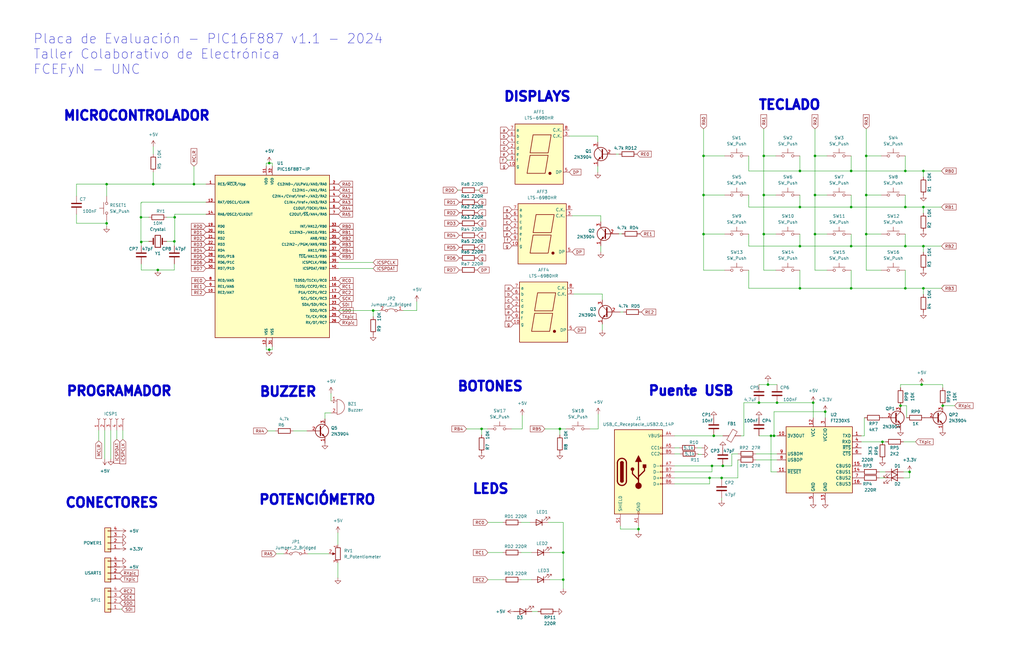
<source format=kicad_sch>
(kicad_sch (version 20231120) (generator "eeschema") (generator_version "8.0")
  (paper "USLedger")
  (lib_symbols
    (symbol "Connector:Conn_01x05_Socket" (pin_names (offset 1.016) hide)
      (property "Reference" "J" (at 0 7.62 0))
      (property "Value" "Conn_01x05_Socket" (at 0 -7.62 0))
      (symbol "Conn_01x05_Socket_1_1"
        (pin passive line (at -5.08 5.08 0) (length 3.81) (name "Pin_1") (number "1"))
        (pin passive line (at -5.08 2.54 0) (length 3.81) (name "Pin_2") (number "2"))
        (pin passive line (at -5.08 0 0) (length 3.81) (name "Pin_3") (number "3"))
        (pin passive line (at -5.08 -2.54 0) (length 3.81) (name "Pin_4") (number "4"))
        (pin passive line (at -5.08 -5.08 0) (length 3.81) (name "Pin_5") (number "5"))
      )
    )
    (symbol "Connector:USB_C_Receptacle_USB2.0_14P" (pin_names (offset 1.016))
      (property "Reference" "J" (at 0 22.225 0))
      (property "Value" "USB_C_Receptacle_USB2.0_14P" (at 0 19.685 0))
      (symbol "USB_C_Receptacle_USB2.0_14P_1_1"
        (pin passive line (at 0 -22.86 90) (length 5.08) (name "GND") (number "A1"))
        (pin passive line (at 0 -22.86 90) (length 5.08) hide (name "GND") (number "A12"))
        (pin passive line (at 15.24 15.24 180) (length 5.08) (name "VBUS") (number "A4"))
        (pin bidirectional line (at 15.24 10.16 180) (length 5.08) (name "CC1") (number "A5"))
        (pin bidirectional line (at 15.24 -2.54 180) (length 5.08) (name "D+") (number "A6"))
        (pin bidirectional line (at 15.24 2.54 180) (length 5.08) (name "D-") (number "A7"))
        (pin passive line (at 15.24 15.24 180) (length 5.08) hide (name "VBUS") (number "A9"))
        (pin passive line (at 0 -22.86 90) (length 5.08) hide (name "GND") (number "B1"))
        (pin passive line (at 0 -22.86 90) (length 5.08) hide (name "GND") (number "B12"))
        (pin passive line (at 15.24 15.24 180) (length 5.08) hide (name "VBUS") (number "B4"))
        (pin bidirectional line (at 15.24 7.62 180) (length 5.08) (name "CC2") (number "B5"))
        (pin bidirectional line (at 15.24 -5.08 180) (length 5.08) (name "D+") (number "B6"))
        (pin bidirectional line (at 15.24 0 180) (length 5.08) (name "D-") (number "B7"))
        (pin passive line (at 15.24 15.24 180) (length 5.08) hide (name "VBUS") (number "B9"))
        (pin passive line (at -7.62 -22.86 90) (length 5.08) (name "SHIELD") (number "S1"))
      )
    )
    (symbol "Connector_Generic:Conn_01x04" (pin_names (offset 1.016) hide)
      (property "Reference" "J" (at 0 5.08 0))
      (property "Value" "Conn_01x04" (at 0 -7.62 0))
      (symbol "Conn_01x04_1_1"
        (pin passive line (at -5.08 2.54 0) (length 3.81) (name "Pin_1") (number "1"))
        (pin passive line (at -5.08 0 0) (length 3.81) (name "Pin_2") (number "2"))
        (pin passive line (at -5.08 -2.54 0) (length 3.81) (name "Pin_3") (number "3"))
        (pin passive line (at -5.08 -5.08 0) (length 3.81) (name "Pin_4") (number "4"))
      )
    )
    (symbol "Device:Buzzer" (pin_names (offset 0.0254) hide)
      (property "Reference" "BZ" (at 3.81 1.27 0))
      (property "Value" "Buzzer" (at 3.81 -1.27 0))
      (symbol "Buzzer_1_1"
        (pin passive line (at -2.54 2.54 0) (length 2.54) (name "-") (number "1"))
        (pin passive line (at -2.54 -2.54 0) (length 2.54) (name "+") (number "2"))
      )
    )
    (symbol "Device:C" (pin_numbers hide) (pin_names (offset 0.254))
      (property "Reference" "C" (at 0.635 2.54 0))
      (property "Value" "C" (at 0.635 -2.54 0))
      (symbol "C_1_1"
        (pin passive line (at 0 3.81 270) (length 2.794) (name "~") (number "1"))
        (pin passive line (at 0 -3.81 90) (length 2.794) (name "~") (number "2"))
      )
    )
    (symbol "Device:Crystal" (pin_numbers hide) (pin_names (offset 1.016) hide)
      (property "Reference" "Y" (at 0 3.81 0))
      (property "Value" "Crystal" (at 0 -3.81 0))
      (symbol "Crystal_1_1"
        (pin passive line (at -3.81 0 0) (length 1.27) (name "1") (number "1"))
        (pin passive line (at 3.81 0 180) (length 1.27) (name "2") (number "2"))
      )
    )
    (symbol "Device:FerriteBead" (pin_numbers hide) (pin_names (offset 0))
      (property "Reference" "FB" (at -3.81 0.635 90))
      (property "Value" "FerriteBead" (at 3.81 0 90))
      (symbol "FerriteBead_1_1"
        (pin passive line (at 0 3.81 270) (length 2.54) (name "~") (number "1"))
        (pin passive line (at 0 -3.81 90) (length 2.54) (name "~") (number "2"))
      )
    )
    (symbol "Device:LED" (pin_numbers hide) (pin_names (offset 1.016) hide)
      (property "Reference" "D" (at 0 2.54 0))
      (property "Value" "LED" (at 0 -2.54 0))
      (symbol "LED_1_1"
        (pin passive line (at -3.81 0 0) (length 2.54) (name "K") (number "1"))
        (pin passive line (at 3.81 0 180) (length 2.54) (name "A") (number "2"))
      )
    )
    (symbol "Device:R" (pin_numbers hide) (pin_names (offset 0))
      (property "Reference" "R" (at 2.032 0 90))
      (property "Value" "R" (at 0 0 90))
      (symbol "R_1_1"
        (pin passive line (at 0 3.81 270) (length 1.27) (name "~") (number "1"))
        (pin passive line (at 0 -3.81 90) (length 1.27) (name "~") (number "2"))
      )
    )
    (symbol "Device:R_Potentiometer" (pin_names (offset 1.016) hide)
      (property "Reference" "RV" (at -4.445 0 90))
      (property "Value" "R_Potentiometer" (at -2.54 0 90))
      (symbol "R_Potentiometer_1_1"
        (pin passive line (at 0 3.81 270) (length 1.27) (name "1") (number "1"))
        (pin passive line (at 3.81 0 180) (length 1.27) (name "2") (number "2"))
        (pin passive line (at 0 -3.81 90) (length 1.27) (name "3") (number "3"))
      )
    )
    (symbol "Display_Character:LTS-6980HR"
      (property "Reference" "AFF" (at -7.874 13.97 0))
      (property "Value" "LTS-6980HR" (at 4.064 13.97 0))
      (symbol "LTS-6980HR_1_1"
        (pin passive line (at -12.7 0 0) (length 2.54) (name "e") (number "1"))
        (pin passive line (at -12.7 -5.08 0) (length 2.54) (name "g") (number "10"))
        (pin passive line (at -12.7 2.54 0) (length 2.54) (name "d") (number "2"))
        (pin passive line (at 12.7 7.62 180) (length 2.54) (name "C.K.") (number "3"))
        (pin passive line (at -12.7 5.08 0) (length 2.54) (name "c") (number "4"))
        (pin passive line (at 12.7 -7.62 180) (length 2.54) (name "DP") (number "5"))
        (pin passive line (at -12.7 7.62 0) (length 2.54) (name "b") (number "6"))
        (pin passive line (at -12.7 10.16 0) (length 2.54) (name "a") (number "7"))
        (pin passive line (at 12.7 10.16 180) (length 2.54) (name "C.K.") (number "8"))
        (pin passive line (at -12.7 -2.54 0) (length 2.54) (name "f") (number "9"))
      )
    )
    (symbol "Interface_USB:FT230XS"
      (property "Reference" "U" (at -13.97 15.24 0))
      (property "Value" "FT230XS" (at 7.62 15.24 0))
      (symbol "FT230XS_1_1"
        (pin output line (at 17.78 10.16 180) (length 3.81) (name "TXD") (number "1"))
        (pin power_out line (at -17.78 10.16 0) (length 3.81) (name "3V3OUT") (number "10"))
        (pin input line (at -17.78 -5.08 0) (length 3.81) (name "~{RESET}") (number "11"))
        (pin power_in line (at -2.54 17.78 270) (length 3.81) (name "VCC") (number "12"))
        (pin power_in line (at 2.54 -17.78 90) (length 3.81) (name "GND") (number "13"))
        (pin bidirectional line (at 17.78 -5.08 180) (length 3.81) (name "CBUS1") (number "14"))
        (pin bidirectional line (at 17.78 -2.54 180) (length 3.81) (name "CBUS0") (number "15"))
        (pin bidirectional line (at 17.78 -10.16 180) (length 3.81) (name "CBUS3") (number "16"))
        (pin output line (at 17.78 5.08 180) (length 3.81) (name "~{RTS}") (number "2"))
        (pin power_in line (at 2.54 17.78 270) (length 3.81) (name "VCCIO") (number "3"))
        (pin input line (at 17.78 7.62 180) (length 3.81) (name "RXD") (number "4"))
        (pin power_in line (at -2.54 -17.78 90) (length 3.81) (name "GND") (number "5"))
        (pin input line (at 17.78 2.54 180) (length 3.81) (name "~{CTS}") (number "6"))
        (pin bidirectional line (at 17.78 -7.62 180) (length 3.81) (name "CBUS2") (number "7"))
        (pin bidirectional line (at -17.78 0 0) (length 3.81) (name "USBDP") (number "8"))
        (pin bidirectional line (at -17.78 2.54 0) (length 3.81) (name "USBDM") (number "9"))
      )
    )
    (symbol "Jumper:Jumper_2_Bridged" (pin_names (offset 0) hide)
      (property "Reference" "JP" (at 0 1.905 0))
      (property "Value" "Jumper_2_Bridged" (at 0 -2.54 0))
      (symbol "Jumper_2_Bridged_1_1"
        (pin passive line (at -5.08 0 0) (length 2.54) (name "A") (number "1"))
        (pin passive line (at 5.08 0 180) (length 2.54) (name "B") (number "2"))
      )
    )
    (symbol "MCU_Microchip_PIC16:PIC16F887-IP" (pin_names (offset 1.016))
      (property "Reference" "U" (at 6.35 38.1 0))
      (property "Value" "PIC16F887-IP" (at 6.35 35.56 0))
      (symbol "PIC16F887-IP_1_1"
        (pin input line (at -27.94 30.48 0) (length 3.81) (name "RE3/~{MCLR}/Vpp") (number "1"))
        (pin bidirectional line (at -27.94 -15.24 0) (length 3.81) (name "RE2/AN7") (number "10"))
        (pin power_in line (at -2.54 38.1 270) (length 3.81) (name "VDD") (number "11"))
        (pin power_in line (at -2.54 -38.1 90) (length 3.81) (name "VSS") (number "12"))
        (pin bidirectional line (at -27.94 22.86 0) (length 3.81) (name "RA7/OSC1/CLKIN") (number "13"))
        (pin bidirectional line (at -27.94 17.78 0) (length 3.81) (name "RA6/OSC2/CLKOUT") (number "14"))
        (pin bidirectional line (at 27.94 -10.16 180) (length 3.81) (name "T10S0/T1CKI/RC0") (number "15"))
        (pin bidirectional line (at 27.94 -12.7 180) (length 3.81) (name "T1OSI/CCP2/RC1") (number "16"))
        (pin bidirectional line (at 27.94 -15.24 180) (length 3.81) (name "P1A/CCP1/RC2") (number "17"))
        (pin bidirectional line (at 27.94 -17.78 180) (length 3.81) (name "SCL/SCK/RC3") (number "18"))
        (pin bidirectional line (at -27.94 12.7 0) (length 3.81) (name "RD0") (number "19"))
        (pin bidirectional line (at 27.94 30.48 180) (length 3.81) (name "C12IN0-/ULPWU/AN0/RA0") (number "2"))
        (pin bidirectional line (at -27.94 10.16 0) (length 3.81) (name "RD1") (number "20"))
        (pin bidirectional line (at -27.94 7.62 0) (length 3.81) (name "RD2") (number "21"))
        (pin bidirectional line (at -27.94 5.08 0) (length 3.81) (name "RD3") (number "22"))
        (pin bidirectional line (at 27.94 -20.32 180) (length 3.81) (name "SDA/SDI/RC4") (number "23"))
        (pin bidirectional line (at 27.94 -22.86 180) (length 3.81) (name "SDO/RC5") (number "24"))
        (pin bidirectional line (at 27.94 -25.4 180) (length 3.81) (name "TX/CK/RC6") (number "25"))
        (pin bidirectional line (at 27.94 -27.94 180) (length 3.81) (name "RX/DT/RC7") (number "26"))
        (pin bidirectional line (at -27.94 2.54 0) (length 3.81) (name "RD4") (number "27"))
        (pin bidirectional line (at -27.94 0 0) (length 3.81) (name "RD5/P1B") (number "28"))
        (pin bidirectional line (at -27.94 -2.54 0) (length 3.81) (name "RD6/P1C") (number "29"))
        (pin bidirectional line (at 27.94 27.94 180) (length 3.81) (name "C12IN1-/AN1/RA1") (number "3"))
        (pin bidirectional line (at -27.94 -5.08 0) (length 3.81) (name "RD7/P1D") (number "30"))
        (pin power_in line (at 0 -38.1 90) (length 3.81) (name "VSS") (number "31"))
        (pin power_in line (at 0 38.1 270) (length 3.81) (name "VDD") (number "32"))
        (pin bidirectional line (at 27.94 12.7 180) (length 3.81) (name "INT/AN12/RB0") (number "33"))
        (pin bidirectional line (at 27.94 10.16 180) (length 3.81) (name "C12IN3-/AN10/RB1") (number "34"))
        (pin bidirectional line (at 27.94 7.62 180) (length 3.81) (name "AN8/RB2") (number "35"))
        (pin bidirectional line (at 27.94 5.08 180) (length 3.81) (name "C12IN2-/PGM/AN9/RB3") (number "36"))
        (pin bidirectional line (at 27.94 2.54 180) (length 3.81) (name "AN11/RB4") (number "37"))
        (pin bidirectional line (at 27.94 0 180) (length 3.81) (name "~{T1G}/AN13/RB5") (number "38"))
        (pin bidirectional line (at 27.94 -2.54 180) (length 3.81) (name "ICSPCLK/RB6") (number "39"))
        (pin bidirectional line (at 27.94 25.4 180) (length 3.81) (name "C2IN+/CVref/Vref-/AN2/RA2") (number "4"))
        (pin bidirectional line (at 27.94 -5.08 180) (length 3.81) (name "ICSPDAT/RB7") (number "40"))
        (pin bidirectional line (at 27.94 22.86 180) (length 3.81) (name "C1IN+/Vref+/AN3/RA3") (number "5"))
        (pin bidirectional line (at 27.94 20.32 180) (length 3.81) (name "C1OUT/T0CKI/RA4") (number "6"))
        (pin bidirectional line (at 27.94 17.78 180) (length 3.81) (name "C2OUT/~{SS}/AN4/RA5") (number "7"))
        (pin bidirectional line (at -27.94 -10.16 0) (length 3.81) (name "RE0/AN5") (number "8"))
        (pin bidirectional line (at -27.94 -12.7 0) (length 3.81) (name "RE1/AN6") (number "9"))
      )
    )
    (symbol "Switch:SW_Push" (pin_numbers hide) (pin_names (offset 1.016) hide)
      (property "Reference" "SW" (at 1.27 2.54 0))
      (property "Value" "SW_Push" (at 0 -1.524 0))
      (symbol "SW_Push_0_1"
        (pin passive line (at -5.08 0 0) (length 2.54) (name "1") (number "1"))
        (pin passive line (at 5.08 0 180) (length 2.54) (name "2") (number "2"))
      )
    )
    (symbol "Transistor_BJT:2N3904" (pin_names (offset 0) hide)
      (property "Reference" "Q" (at 5.08 1.905 0))
      (property "Value" "2N3904" (at 5.08 0 0))
      (symbol "2N3904_1_1"
        (pin passive line (at 2.54 -5.08 90) (length 2.54) (name "E") (number "1"))
        (pin passive line (at -5.08 0 0) (length 5.715) (name "B") (number "2"))
        (pin passive line (at 2.54 5.08 270) (length 2.54) (name "C") (number "3"))
      )
    )
    (symbol "power:+3.3V" (power) (pin_names (offset 0))
      (property "Value" "+3.3V" (at 0 3.556 0))
      (symbol "+3.3V_1_1"
        (pin power_in line (at 0 0 90) (length 0) hide (name "+3.3V") (number "1"))
      )
    )
    (symbol "power:+5V" (power) (pin_names (offset 0))
      (property "Value" "+5V" (at 0 3.556 0))
      (symbol "+5V_1_1"
        (pin power_in line (at 0 0 90) (length 0) hide (name "+5V") (number "1"))
      )
    )
    (symbol "power:GND" (power) (pin_names (offset 0))
      (property "Value" "GND" (at 0 -3.81 0))
      (symbol "GND_1_1"
        (pin power_in line (at 0 0 270) (length 0) hide (name "GND") (number "1"))
      )
    )
  )
  (junction (at 381.762 87.376))
  (junction (at 44.958 94.234))
  (junction (at 304.292 201.676))
  (junction (at 81.788 77.724))
  (junction (at 269.24 223.266))
  (junction (at 300.99 183.896))
  (junction (at 343.662 98.806))
  (junction (at 358.902 103.886))
  (junction (at 296.672 82.296))
  (junction (at 337.312 103.886))
  (junction (at 397.51 171.196))
  (junction (at 389.382 87.376))
  (junction (at 73.533 101.854))
  (junction (at 381.762 121.666))
  (junction (at 358.902 87.376))
  (junction (at 113.538 147.574))
  (junction (at 66.548 113.919))
  (junction (at 64.643 77.724))
  (junction (at 342.9 169.926))
  (junction (at 388.62 162.306))
  (junction (at 113.538 68.834))
  (junction (at 372.11 186.436))
  (junction (at 389.382 121.666))
  (junction (at 347.98 173.736))
  (junction (at 59.563 102.108))
  (junction (at 379.73 171.196))
  (junction (at 383.54 199.136))
  (junction (at 236.093 180.975))
  (junction (at 327.66 169.926))
  (junction (at 365.252 98.806))
  (junction (at 73.66 91.694))
  (junction (at 304.8 196.596))
  (junction (at 296.672 65.786))
  (junction (at 157.353 131.064))
  (junction (at 381.762 103.886))
  (junction (at 322.072 82.296))
  (junction (at 365.252 82.296))
  (junction (at 237.49 233.172))
  (junction (at 337.312 87.376))
  (junction (at 44.958 77.724))
  (junction (at 389.382 103.886))
  (junction (at 358.902 121.666))
  (junction (at 381.762 72.136))
  (junction (at 203.073 180.975))
  (junction (at 323.85 162.306))
  (junction (at 300.228 196.596))
  (junction (at 296.672 98.806))
  (junction (at 337.312 72.136))
  (junction (at 326.39 183.896))
  (junction (at 389.382 72.136))
  (junction (at 299.212 201.676))
  (junction (at 322.072 65.786))
  (junction (at 59.436 91.694))
  (junction (at 325.12 183.896))
  (junction (at 365.252 65.786))
  (junction (at 337.312 121.666))
  (junction (at 358.902 72.136))
  (junction (at 322.072 98.806))
  (junction (at 343.662 82.296))
  (junction (at 343.662 65.786))
  (junction (at 320.04 169.926))
  (junction (at 237.49 244.602))
  (wire (pts (xy 381.762 103.886) (xy 389.382 103.886)))
  (wire (pts (xy 381.762 82.296) (xy 381.762 87.376)))
  (wire (pts (xy 322.072 114.046) (xy 322.072 98.806)))
  (wire (pts (xy 347.98 173.736) (xy 347.98 176.276)))
  (wire (pts (xy 308.61 196.596) (xy 308.61 191.516)))
  (wire (pts (xy 327.152 65.786) (xy 322.072 65.786)))
  (wire (pts (xy 44.196 193.675) (xy 44.196 181.61)))
  (wire (pts (xy 113.538 68.834) (xy 114.808 68.834)))
  (wire (pts (xy 381.762 114.046) (xy 381.762 121.666)))
  (wire (pts (xy 252.095 57.404) (xy 252.095 59.944)))
  (wire (pts (xy 284.48 201.676) (xy 299.212 201.676)))
  (wire (pts (xy 305.562 114.046) (xy 296.672 114.046)))
  (wire (pts (xy 358.902 82.296) (xy 358.902 87.376)))
  (wire (pts (xy 342.9 169.926) (xy 342.9 176.276)))
  (wire (pts (xy 304.8 196.596) (xy 308.61 196.596)))
  (wire (pts (xy 59.69 85.344) (xy 86.868 85.344)))
  (wire (pts (xy 343.662 65.786) (xy 343.662 82.296)))
  (wire (pts (xy 381 201.676) (xy 383.54 201.676)))
  (wire (pts (xy 112.268 68.834) (xy 112.268 70.104)))
  (wire (pts (xy 114.808 147.574) (xy 114.808 146.304)))
  (wire (pts (xy 358.902 65.786) (xy 358.902 72.136)))
  (wire (pts (xy 318.77 194.056) (xy 327.66 194.056)))
  (wire (pts (xy 70.358 101.854) (xy 73.533 101.854)))
  (wire (pts (xy 205.74 220.472) (xy 212.09 220.472)))
  (wire (pts (xy 318.77 191.516) (xy 327.66 191.516)))
  (wire (pts (xy 203.073 180.975) (xy 203.073 183.515)))
  (wire (pts (xy 241.935 124.079) (xy 254 124.079)))
  (wire (pts (xy 372.11 186.436) (xy 363.22 186.436)))
  (wire (pts (xy 294.132 188.976) (xy 295.91 188.976)))
  (wire (pts (xy 269.24 223.266) (xy 269.24 221.996)))
  (wire (pts (xy 343.662 98.806) (xy 348.742 98.806)))
  (wire (pts (xy 343.662 54.356) (xy 343.662 65.786)))
  (wire (pts (xy 371.602 114.046) (xy 365.252 114.046)))
  (wire (pts (xy 323.85 161.036) (xy 323.85 162.306)))
  (wire (pts (xy 300.228 199.136) (xy 300.228 196.596)))
  (wire (pts (xy 59.563 111.379) (xy 59.563 113.919)))
  (wire (pts (xy 379.73 162.306) (xy 379.73 163.576)))
  (wire (pts (xy 259.715 65.024) (xy 260.985 65.024)))
  (wire (pts (xy 337.312 114.046) (xy 337.312 121.666)))
  (wire (pts (xy 254 136.779) (xy 254 139.319)))
  (wire (pts (xy 41.656 181.61) (xy 41.656 186.055)))
  (wire (pts (xy 326.39 183.896) (xy 325.12 183.896)))
  (wire (pts (xy 59.69 85.598) (xy 59.69 85.344)))
  (wire (pts (xy 137.033 174.244) (xy 137.033 176.784)))
  (wire (pts (xy 59.563 101.854) (xy 62.738 101.854)))
  (wire (pts (xy 70.358 91.694) (xy 73.66 91.694)))
  (wire (pts (xy 224.282 258.064) (xy 226.822 258.064)))
  (wire (pts (xy 320.04 162.306) (xy 323.85 162.306)))
  (wire (pts (xy 284.48 188.976) (xy 286.512 188.976)))
  (wire (pts (xy 139.573 165.989) (xy 139.573 169.164)))
  (wire (pts (xy 252.222 174.752) (xy 252.222 180.975)))
  (wire (pts (xy 44.958 77.724) (xy 64.643 77.724)))
  (wire (pts (xy 315.722 98.806) (xy 315.722 103.886)))
  (wire (pts (xy 294.386 191.77) (xy 295.91 191.77)))
  (wire (pts (xy 327.152 114.046) (xy 322.072 114.046)))
  (wire (pts (xy 284.48 191.516) (xy 286.766 191.516)))
  (wire (pts (xy 261.62 221.996) (xy 261.62 223.266)))
  (wire (pts (xy 284.48 196.596) (xy 300.228 196.596)))
  (wire (pts (xy 237.49 244.602) (xy 237.49 248.412)))
  (wire (pts (xy 300.228 196.596) (xy 304.8 196.596)))
  (wire (pts (xy 193.04 80.264) (xy 193.675 80.264)))
  (wire (pts (xy 284.48 204.216) (xy 299.212 204.216)))
  (wire (pts (xy 358.902 114.046) (xy 358.902 121.666)))
  (wire (pts (xy 365.252 82.296) (xy 365.252 98.806)))
  (wire (pts (xy 73.66 101.854) (xy 73.533 101.854)))
  (wire (pts (xy 229.743 180.975) (xy 236.093 180.975)))
  (wire (pts (xy 157.353 131.064) (xy 159.893 131.064)))
  (wire (pts (xy 327.66 199.136) (xy 325.12 199.136)))
  (wire (pts (xy 365.252 98.806) (xy 371.602 98.806)))
  (wire (pts (xy 327.66 183.896) (xy 326.39 183.896)))
  (wire (pts (xy 337.312 98.806) (xy 337.312 103.886)))
  (wire (pts (xy 365.252 65.786) (xy 371.602 65.786)))
  (wire (pts (xy 196.723 180.975) (xy 203.073 180.975)))
  (wire (pts (xy 81.788 70.104) (xy 81.788 77.724)))
  (wire (pts (xy 337.312 87.376) (xy 358.902 87.376)))
  (wire (pts (xy 370.84 201.676) (xy 373.38 201.676)))
  (wire (pts (xy 296.672 114.046) (xy 296.672 98.806)))
  (wire (pts (xy 343.662 82.296) (xy 348.742 82.296)))
  (wire (pts (xy 59.69 85.598) (xy 59.436 85.598)))
  (wire (pts (xy 50.546 257.048) (xy 51.308 257.048)))
  (wire (pts (xy 59.563 102.108) (xy 59.563 103.759)))
  (wire (pts (xy 59.436 85.598) (xy 59.436 91.694)))
  (wire (pts (xy 294.386 191.516) (xy 294.386 191.77)))
  (wire (pts (xy 308.61 191.516) (xy 311.15 191.516)))
  (wire (pts (xy 327.66 169.926) (xy 342.9 169.926)))
  (wire (pts (xy 389.382 74.676) (xy 389.382 72.136)))
  (wire (pts (xy 170.053 131.064) (xy 175.768 131.064)))
  (wire (pts (xy 114.808 68.834) (xy 114.808 70.104)))
  (wire (pts (xy 237.49 233.172) (xy 237.49 244.602)))
  (wire (pts (xy 32.258 77.724) (xy 44.958 77.724)))
  (wire (pts (xy 296.672 98.806) (xy 305.562 98.806)))
  (wire (pts (xy 205.74 244.602) (xy 212.09 244.602)))
  (wire (pts (xy 300.99 183.896) (xy 304.8 183.896)))
  (wire (pts (xy 175.768 131.064) (xy 175.768 127.254)))
  (wire (pts (xy 113.538 147.574) (xy 114.808 147.574)))
  (wire (pts (xy 397.51 162.306) (xy 397.51 163.576)))
  (wire (pts (xy 381.762 65.786) (xy 381.762 72.136)))
  (wire (pts (xy 322.072 54.356) (xy 322.072 65.786)))
  (wire (pts (xy 348.742 114.046) (xy 343.662 114.046)))
  (wire (pts (xy 320.04 169.926) (xy 327.66 169.926)))
  (wire (pts (xy 326.39 183.896) (xy 326.39 173.736)))
  (wire (pts (xy 81.788 77.724) (xy 86.868 77.724)))
  (wire (pts (xy 64.643 72.644) (xy 64.643 77.724)))
  (wire (pts (xy 358.902 87.376) (xy 381.762 87.376)))
  (wire (pts (xy 325.12 183.896) (xy 325.12 199.136)))
  (wire (pts (xy 373.38 186.436) (xy 372.11 186.436)))
  (wire (pts (xy 248.793 180.975) (xy 252.222 180.975)))
  (wire (pts (xy 203.073 180.975) (xy 205.613 180.975)))
  (wire (pts (xy 343.662 98.806) (xy 343.662 114.046)))
  (wire (pts (xy 365.252 54.356) (xy 365.252 65.786)))
  (wire (pts (xy 231.775 233.172) (xy 237.49 233.172)))
  (wire (pts (xy 296.672 82.296) (xy 305.562 82.296)))
  (wire (pts (xy 113.538 68.834) (xy 112.268 68.834)))
  (wire (pts (xy 296.672 98.806) (xy 296.672 82.296)))
  (wire (pts (xy 389.382 106.426) (xy 389.382 103.886)))
  (wire (pts (xy 44.958 77.724) (xy 44.958 82.804)))
  (wire (pts (xy 296.672 54.356) (xy 296.672 65.786)))
  (wire (pts (xy 379.73 171.196) (xy 382.27 171.196)))
  (wire (pts (xy 315.722 103.886) (xy 337.312 103.886)))
  (wire (pts (xy 388.62 162.306) (xy 397.51 162.306)))
  (wire (pts (xy 73.533 111.379) (xy 73.533 113.919)))
  (wire (pts (xy 252.095 70.104) (xy 252.095 72.644)))
  (wire (pts (xy 322.072 82.296) (xy 322.072 65.786)))
  (wire (pts (xy 337.312 72.136) (xy 358.902 72.136)))
  (wire (pts (xy 322.072 98.806) (xy 327.152 98.806)))
  (wire (pts (xy 365.252 82.296) (xy 371.602 82.296)))
  (wire (pts (xy 381.762 87.376) (xy 389.382 87.376)))
  (wire (pts (xy 315.722 121.666) (xy 337.312 121.666)))
  (wire (pts (xy 304.292 202.438) (xy 304.292 201.676)))
  (wire (pts (xy 59.436 102.108) (xy 59.563 102.108)))
  (wire (pts (xy 389.382 72.136) (xy 397.002 72.136)))
  (wire (pts (xy 388.62 162.306) (xy 379.73 162.306)))
  (wire (pts (xy 231.775 244.602) (xy 237.49 244.602)))
  (wire (pts (xy 313.69 183.896) (xy 313.69 169.926)))
  (wire (pts (xy 381.762 72.136) (xy 389.382 72.136)))
  (wire (pts (xy 381.762 121.666) (xy 389.382 121.666)))
  (wire (pts (xy 142.494 224.79) (xy 142.494 229.87)))
  (wire (pts (xy 322.072 98.806) (xy 322.072 82.296)))
  (wire (pts (xy 337.312 103.886) (xy 358.902 103.886)))
  (wire (pts (xy 315.722 72.136) (xy 337.312 72.136)))
  (wire (pts (xy 299.212 201.676) (xy 299.212 204.216)))
  (wire (pts (xy 219.71 244.602) (xy 224.155 244.602)))
  (wire (pts (xy 337.312 65.786) (xy 337.312 72.136)))
  (wire (pts (xy 320.04 183.896) (xy 325.12 183.896)))
  (wire (pts (xy 386.08 186.436) (xy 381 186.436)))
  (wire (pts (xy 64.643 61.849) (xy 64.643 65.024)))
  (wire (pts (xy 364.49 176.276) (xy 364.49 183.896)))
  (wire (pts (xy 59.563 113.919) (xy 66.548 113.919)))
  (wire (pts (xy 59.436 91.694) (xy 62.738 91.694)))
  (wire (pts (xy 73.533 101.854) (xy 73.533 103.759)))
  (wire (pts (xy 363.22 183.896) (xy 364.49 183.896)))
  (wire (pts (xy 32.258 82.804) (xy 32.258 77.724)))
  (wire (pts (xy 219.71 220.472) (xy 223.52 220.472)))
  (wire (pts (xy 311.15 194.056) (xy 311.15 201.676)))
  (wire (pts (xy 326.39 173.736) (xy 347.98 173.736)))
  (wire (pts (xy 315.722 87.376) (xy 337.312 87.376)))
  (wire (pts (xy 315.722 82.296) (xy 315.722 87.376)))
  (wire (pts (xy 284.48 183.896) (xy 300.99 183.896)))
  (wire (pts (xy 260.985 98.679) (xy 262.255 98.679)))
  (wire (pts (xy 358.902 98.806) (xy 358.902 103.886)))
  (wire (pts (xy 296.672 82.296) (xy 296.672 65.786)))
  (wire (pts (xy 358.902 103.886) (xy 381.762 103.886)))
  (wire (pts (xy 142.748 110.744) (xy 157.353 110.744)))
  (wire (pts (xy 304.292 211.074) (xy 304.292 210.058)))
  (wire (pts (xy 137.033 174.244) (xy 139.573 174.244)))
  (wire (pts (xy 142.494 237.49) (xy 142.494 243.84)))
  (wire (pts (xy 254 124.079) (xy 254 126.619)))
  (wire (pts (xy 315.722 114.046) (xy 315.722 121.666)))
  (wire (pts (xy 32.258 94.234) (xy 44.958 94.234)))
  (wire (pts (xy 241.3 91.059) (xy 253.365 91.059)))
  (wire (pts (xy 240.03 57.404) (xy 252.095 57.404)))
  (wire (pts (xy 123.698 181.864) (xy 129.413 181.864)))
  (wire (pts (xy 358.902 72.136) (xy 381.762 72.136)))
  (wire (pts (xy 86.868 90.424) (xy 73.66 90.424)))
  (wire (pts (xy 389.382 121.666) (xy 397.002 121.666)))
  (wire (pts (xy 237.49 220.472) (xy 237.49 233.172)))
  (wire (pts (xy 220.218 180.975) (xy 215.773 180.975)))
  (wire (pts (xy 219.71 233.172) (xy 224.155 233.172)))
  (wire (pts (xy 383.54 201.676) (xy 383.54 199.136)))
  (wire (pts (xy 142.748 113.284) (xy 157.353 113.284)))
  (wire (pts (xy 73.533 113.919) (xy 66.548 113.919)))
  (wire (pts (xy 261.62 223.266) (xy 269.24 223.266)))
  (wire (pts (xy 299.212 201.676) (xy 304.292 201.676)))
  (wire (pts (xy 381.762 98.806) (xy 381.762 103.886)))
  (wire (pts (xy 381 199.136) (xy 383.54 199.136)))
  (wire (pts (xy 382.27 171.196) (xy 382.27 176.276)))
  (wire (pts (xy 312.42 183.896) (xy 313.69 183.896)))
  (wire (pts (xy 315.722 65.786) (xy 315.722 72.136)))
  (wire (pts (xy 112.268 147.574) (xy 113.538 147.574)))
  (wire (pts (xy 73.66 91.694) (xy 73.66 101.854)))
  (wire (pts (xy 337.312 82.296) (xy 337.312 87.376)))
  (wire (pts (xy 389.382 89.916) (xy 389.382 87.376)))
  (wire (pts (xy 220.218 175.26) (xy 220.218 180.975)))
  (wire (pts (xy 231.14 220.472) (xy 237.49 220.472)))
  (wire (pts (xy 365.252 98.806) (xy 365.252 114.046)))
  (wire (pts (xy 337.312 121.666) (xy 358.902 121.666)))
  (wire (pts (xy 253.365 103.759) (xy 253.365 106.299)))
  (wire (pts (xy 46.736 181.61) (xy 46.736 193.675)))
  (wire (pts (xy 142.748 131.064) (xy 157.353 131.064)))
  (wire (pts (xy 343.662 65.786) (xy 348.742 65.786)))
  (wire (pts (xy 323.85 162.306) (xy 327.66 162.306)))
  (wire (pts (xy 389.382 87.376) (xy 397.002 87.376)))
  (wire (pts (xy 261.62 131.699) (xy 262.89 131.699)))
  (wire (pts (xy 51.816 181.61) (xy 51.816 185.42)))
  (wire (pts (xy 389.382 103.886) (xy 397.002 103.886)))
  (wire (pts (xy 205.74 233.172) (xy 212.09 233.172)))
  (wire (pts (xy 284.48 199.136) (xy 300.228 199.136)))
  (wire (pts (xy 236.093 180.975) (xy 238.633 180.975)))
  (wire (pts (xy 304.292 201.676) (xy 311.15 201.676)))
  (wire (pts (xy 49.276 181.61) (xy 49.276 185.42)))
  (wire (pts (xy 269.24 224.282) (xy 269.24 223.266)))
  (wire (pts (xy 157.353 133.604) (xy 157.353 131.064)))
  (wire (pts (xy 32.258 90.424) (xy 32.258 94.234)))
  (wire (pts (xy 397.51 171.196) (xy 402.59 171.196)))
  (wire (pts (xy 213.995 67.564) (xy 214.63 67.564)))
  (wire (pts (xy 296.672 65.786) (xy 305.562 65.786)))
  (wire (pts (xy 313.69 169.926) (xy 320.04 169.926)))
  (wire (pts (xy 44.958 94.234) (xy 44.958 95.504)))
  (wire (pts (xy 119.634 233.68) (xy 116.459 233.68)))
  (wire (pts (xy 73.66 90.424) (xy 73.66 91.694)))
  (wire (pts (xy 201.93 80.264) (xy 201.295 80.264)))
  (wire (pts (xy 59.436 91.694) (xy 59.436 102.108)))
  (wire (pts (xy 112.903 181.864) (xy 116.078 181.864)))
  (wire (pts (xy 370.84 199.136) (xy 373.38 199.136)))
  (wire (pts (xy 59.563 102.108) (xy 59.563 101.854)))
  (wire (pts (xy 365.252 65.786) (xy 365.252 82.296)))
  (wire (pts (xy 138.684 233.68) (xy 129.794 233.68)))
  (wire (pts (xy 253.365 91.059) (xy 253.365 93.599)))
  (wire (pts (xy 112.268 146.304) (xy 112.268 147.574)))
  (wire (pts (xy 358.902 121.666) (xy 381.762 121.666)))
  (wire (pts (xy 236.093 180.975) (xy 236.093 183.515)))
  (wire (pts (xy 64.643 77.724) (xy 81.788 77.724)))
  (wire (pts (xy 343.662 82.296) (xy 343.662 98.806)))
  (wire (pts (xy 389.382 124.206) (xy 389.382 121.666)))
  (wire (pts (xy 44.958 92.964) (xy 44.958 94.234)))
  (wire (pts (xy 322.072 82.296) (xy 327.152 82.296)))
  (text "BUZZER\n\n" (at 109.093 174.244 0) (effects (font (size 4 4) (thickness 1) (bold yes)) (justify left bottom)))
  (text "MICROCONTROLADOR" (at 26.416 51.308 0) (effects (font (size 4 4) (thickness 1) (bold yes)) (justify left bottom)))
  (text "Placa de Evaluación - PIC16F887 v1.1 - 2024\nTaller Colaborativo de Electrónica\nFCEFyN - UNC" (at 13.97 31.75 0) (effects (font (size 4 4)) (justify left bottom)))
  (text "CONECTORES" (at 27.178 214.63 0) (effects (font (size 4 4) (thickness 1) (bold yes)) (justify left bottom)))
  (text "LEDS\n" (at 198.882 208.788 0) (effects (font (size 4 4) (thickness 1) (bold yes)) (justify left bottom)))
  (text "BOTONES\n\n" (at 192.532 171.958 0) (effects (font (size 4 4) (thickness 1) (bold yes)) (justify left bottom)))
  (text "PROGRAMADOR\n\n" (at 27.686 173.99 0) (effects (font (size 4 4) (thickness 1) (bold yes)) (justify left bottom)))
  (text "TECLADO\n" (at 319.532 46.736 0) (effects (font (size 4 4) (thickness 1) (bold yes)) (justify left bottom)))
  (text "DISPLAYS\n\n\n" (at 212.09 56.134 0) (effects (font (size 4 4) (thickness 1) (bold yes)) (justify left bottom)))
  (text "Puente USB" (at 273.05 167.386 0) (effects (font (size 4 4) (thickness 1) (bold yes)) (justify left bottom)))
  (text "POTENCIÓMETRO\n" (at 108.839 213.36 0) (effects (font (size 4 4) (thickness 1) (bold yes)) (justify left bottom)))
  (global_label "RA5" (shape input) (at 142.748 90.424 0) (property "Intersheetrefs" "${INTERSHEET_REFS}" (effects (hide yes))))
  (global_label "RC1" (shape input) (at 205.74 233.172 180) (property "Intersheetrefs" "${INTERSHEET_REFS}" (effects (hide yes))))
  (global_label "RD7" (shape input) (at 86.868 113.284 180) (property "Intersheetrefs" "${INTERSHEET_REFS}" (effects (hide yes))))
  (global_label "RC0" (shape input) (at 142.748 118.364 0) (property "Intersheetrefs" "${INTERSHEET_REFS}" (effects (hide yes))))
  (global_label "RA1" (shape input) (at 142.748 80.264 0) (property "Intersheetrefs" "${INTERSHEET_REFS}" (effects (hide yes))))
  (global_label "RB1" (shape input) (at 397.002 87.376 0) (property "Intersheetrefs" "${INTERSHEET_REFS}" (effects (hide yes))))
  (global_label "b" (shape input) (at 214.63 57.404 180) (property "Intersheetrefs" "${INTERSHEET_REFS}" (effects (hide yes))))
  (global_label "RA3" (shape input) (at 365.252 54.356 90) (property "Intersheetrefs" "${INTERSHEET_REFS}" (effects (hide yes))))
  (global_label "c" (shape input) (at 201.295 89.789 0) (property "Intersheetrefs" "${INTERSHEET_REFS}" (effects (hide yes))))
  (global_label "d" (shape input) (at 216.535 129.159 180) (property "Intersheetrefs" "${INTERSHEET_REFS}" (effects (hide yes))))
  (global_label "e" (shape input) (at 215.9 98.679 180) (property "Intersheetrefs" "${INTERSHEET_REFS}" (effects (hide yes))))
  (global_label "e" (shape input) (at 214.63 65.024 180) (property "Intersheetrefs" "${INTERSHEET_REFS}" (effects (hide yes))))
  (global_label "RD0" (shape input) (at 193.04 80.264 180) (property "Intersheetrefs" "${INTERSHEET_REFS}" (effects (hide yes))))
  (global_label "RA0" (shape input) (at 142.748 77.724 0) (property "Intersheetrefs" "${INTERSHEET_REFS}" (effects (hide yes))))
  (global_label "RC1" (shape input) (at 142.748 120.904 0) (property "Intersheetrefs" "${INTERSHEET_REFS}" (effects (hide yes))))
  (global_label "RB2" (shape input) (at 142.748 100.584 0) (property "Intersheetrefs" "${INTERSHEET_REFS}" (effects (hide yes))))
  (global_label "RB4" (shape input) (at 142.748 105.664 0) (property "Intersheetrefs" "${INTERSHEET_REFS}" (effects (hide yes))))
  (global_label "RA4" (shape input) (at 142.748 87.884 0) (property "Intersheetrefs" "${INTERSHEET_REFS}" (effects (hide yes))))
  (global_label "g" (shape input) (at 201.295 108.839 0) (property "Intersheetrefs" "${INTERSHEET_REFS}" (effects (hide yes))))
  (global_label "RD6" (shape input) (at 86.868 110.744 180) (property "Intersheetrefs" "${INTERSHEET_REFS}" (effects (hide yes))))
  (global_label "RA2" (shape input) (at 343.662 54.356 90) (property "Intersheetrefs" "${INTERSHEET_REFS}" (effects (hide yes))))
  (global_label "RD1" (shape input) (at 86.868 98.044 180) (property "Intersheetrefs" "${INTERSHEET_REFS}" (effects (hide yes))))
  (global_label "ICSPDAT" (shape input) (at 157.353 113.284 0) (property "Intersheetrefs" "${INTERSHEET_REFS}" (effects (hide yes))))
  (global_label "SCK" (shape input) (at 50.546 251.968 0) (property "Intersheetrefs" "${INTERSHEET_REFS}" (effects (hide yes))))
  (global_label "TXpic" (shape input) (at 142.748 133.604 0) (property "Intersheetrefs" "${INTERSHEET_REFS}" (effects (hide yes))))
  (global_label "e" (shape input) (at 216.535 131.699 180) (property "Intersheetrefs" "${INTERSHEET_REFS}" (effects (hide yes))))
  (global_label "RE0" (shape input) (at 86.868 118.364 180) (property "Intersheetrefs" "${INTERSHEET_REFS}" (effects (hide yes))))
  (global_label "RE0" (shape input) (at 268.605 65.024 0) (property "Intersheetrefs" "${INTERSHEET_REFS}" (effects (hide yes))))
  (global_label "b" (shape input) (at 216.535 124.079 180) (property "Intersheetrefs" "${INTERSHEET_REFS}" (effects (hide yes))))
  (global_label "g" (shape input) (at 216.535 136.779 180) (property "Intersheetrefs" "${INTERSHEET_REFS}" (effects (hide yes))))
  (global_label "RE1" (shape input) (at 269.875 98.679 0) (property "Intersheetrefs" "${INTERSHEET_REFS}" (effects (hide yes))))
  (global_label "RB1" (shape input) (at 142.748 98.044 0) (property "Intersheetrefs" "${INTERSHEET_REFS}" (effects (hide yes))))
  (global_label "TXpic" (shape input) (at 386.08 186.436 0) (property "Intersheetrefs" "${INTERSHEET_REFS}" (effects (hide yes))))
  (global_label "RB0" (shape input) (at 397.002 72.136 0) (property "Intersheetrefs" "${INTERSHEET_REFS}" (effects (hide yes))))
  (global_label "b" (shape input) (at 201.295 85.344 0) (property "Intersheetrefs" "${INTERSHEET_REFS}" (effects (hide yes))))
  (global_label "RB2" (shape input) (at 397.002 103.886 0) (property "Intersheetrefs" "${INTERSHEET_REFS}" (effects (hide yes))))
  (global_label "RD4" (shape input) (at 193.675 99.314 180) (property "Intersheetrefs" "${INTERSHEET_REFS}" (effects (hide yes))))
  (global_label "RA2" (shape input) (at 142.748 82.804 0) (property "Intersheetrefs" "${INTERSHEET_REFS}" (effects (hide yes))))
  (global_label "RB3" (shape input) (at 142.748 103.124 0) (property "Intersheetrefs" "${INTERSHEET_REFS}" (effects (hide yes))))
  (global_label "RE2" (shape input) (at 86.868 123.444 180) (property "Intersheetrefs" "${INTERSHEET_REFS}" (effects (hide yes))))
  (global_label "g" (shape input) (at 214.63 70.104 180) (property "Intersheetrefs" "${INTERSHEET_REFS}" (effects (hide yes))))
  (global_label "f" (shape input) (at 215.9 101.219 180) (property "Intersheetrefs" "${INTERSHEET_REFS}" (effects (hide yes))))
  (global_label "RC2" (shape input) (at 142.748 123.444 0) (property "Intersheetrefs" "${INTERSHEET_REFS}" (effects (hide yes))))
  (global_label "RE2" (shape input) (at 270.51 131.699 0) (property "Intersheetrefs" "${INTERSHEET_REFS}" (effects (hide yes))))
  (global_label "RC2" (shape input) (at 50.546 249.428 0) (property "Intersheetrefs" "${INTERSHEET_REFS}" (effects (hide yes))))
  (global_label "ICSPCLK" (shape input) (at 51.816 185.42 270) (property "Intersheetrefs" "${INTERSHEET_REFS}" (effects (hide yes))))
  (global_label "d" (shape input) (at 201.295 94.234 0) (property "Intersheetrefs" "${INTERSHEET_REFS}" (effects (hide yes))))
  (global_label "SDO" (shape input) (at 50.546 254.508 0) (property "Intersheetrefs" "${INTERSHEET_REFS}" (effects (hide yes))))
  (global_label "a" (shape input) (at 216.535 121.539 180) (property "Intersheetrefs" "${INTERSHEET_REFS}" (effects (hide yes))))
  (global_label "RC0" (shape input) (at 205.74 220.472 180) (property "Intersheetrefs" "${INTERSHEET_REFS}" (effects (hide yes))))
  (global_label "RA5" (shape input) (at 116.459 233.68 180) (property "Intersheetrefs" "${INTERSHEET_REFS}" (effects (hide yes))))
  (global_label "RB5" (shape input) (at 142.748 108.204 0) (property "Intersheetrefs" "${INTERSHEET_REFS}" (effects (hide yes))))
  (global_label "RXpic" (shape input) (at 142.748 136.144 0) (property "Intersheetrefs" "${INTERSHEET_REFS}" (effects (hide yes))))
  (global_label "a" (shape input) (at 214.63 54.864 180) (property "Intersheetrefs" "${INTERSHEET_REFS}" (effects (hide yes))))
  (global_label "RD4" (shape input) (at 86.868 105.664 180) (property "Intersheetrefs" "${INTERSHEET_REFS}" (effects (hide yes))))
  (global_label "RD7" (shape input) (at 193.675 113.919 180) (property "Intersheetrefs" "${INTERSHEET_REFS}" (effects (hide yes))))
  (global_label "RD3" (shape input) (at 86.868 103.124 180) (property "Intersheetrefs" "${INTERSHEET_REFS}" (effects (hide yes))))
  (global_label "f" (shape input) (at 216.535 134.239 180) (property "Intersheetrefs" "${INTERSHEET_REFS}" (effects (hide yes))))
  (global_label "RB4" (shape input) (at 196.723 180.975 180) (property "Intersheetrefs" "${INTERSHEET_REFS}" (effects (hide yes))))
  (global_label "MCLR" (shape input) (at 81.788 70.104 90) (property "Intersheetrefs" "${INTERSHEET_REFS}" (effects (hide yes))))
  (global_label "RE1" (shape input) (at 86.868 120.904 180) (property "Intersheetrefs" "${INTERSHEET_REFS}" (effects (hide yes))))
  (global_label "RA3" (shape input) (at 142.748 85.344 0) (property "Intersheetrefs" "${INTERSHEET_REFS}" (effects (hide yes))))
  (global_label "RXpic" (shape input) (at 50.546 241.808 0) (property "Intersheetrefs" "${INTERSHEET_REFS}" (effects (hide yes))))
  (global_label "RD5" (shape input) (at 86.868 108.204 180) (property "Intersheetrefs" "${INTERSHEET_REFS}" (effects (hide yes))))
  (global_label "RA0" (shape input) (at 296.672 54.356 90) (property "Intersheetrefs" "${INTERSHEET_REFS}" (effects (hide yes))))
  (global_label "RD2" (shape input) (at 193.675 89.789 180) (property "Intersheetrefs" "${INTERSHEET_REFS}" (effects (hide yes))))
  (global_label "a" (shape input) (at 215.9 88.519 180) (property "Intersheetrefs" "${INTERSHEET_REFS}" (effects (hide yes))))
  (global_label "e" (shape input) (at 201.295 99.314 0) (property "Intersheetrefs" "${INTERSHEET_REFS}" (effects (hide yes))))
  (global_label "RD1" (shape input) (at 193.675 85.344 180) (property "Intersheetrefs" "${INTERSHEET_REFS}" (effects (hide yes))))
  (global_label "DP" (shape input) (at 240.03 72.644 0) (property "Intersheetrefs" "${INTERSHEET_REFS}" (effects (hide yes))))
  (global_label "c" (shape input) (at 214.63 59.944 180) (property "Intersheetrefs" "${INTERSHEET_REFS}" (effects (hide yes))))
  (global_label "RD6" (shape input) (at 193.675 108.839 180) (property "Intersheetrefs" "${INTERSHEET_REFS}" (effects (hide yes))))
  (global_label "TXpic" (shape input) (at 50.546 244.348 0) (property "Intersheetrefs" "${INTERSHEET_REFS}" (effects (hide yes))))
  (global_label "ICSPDAT" (shape input) (at 49.276 185.42 270) (property "Intersheetrefs" "${INTERSHEET_REFS}" (effects (hide yes))))
  (global_label "b" (shape input) (at 215.9 91.059 180) (property "Intersheetrefs" "${INTERSHEET_REFS}" (effects (hide yes))))
  (global_label "SCK" (shape input) (at 142.748 125.984 0) (property "Intersheetrefs" "${INTERSHEET_REFS}" (effects (hide yes))))
  (global_label "SDO" (shape input) (at 142.748 131.064 0) (property "Intersheetrefs" "${INTERSHEET_REFS}" (effects (hide yes))))
  (global_label "RA1" (shape input) (at 322.072 54.356 90) (property "Intersheetrefs" "${INTERSHEET_REFS}" (effects (hide yes))))
  (global_label "d" (shape input) (at 214.63 62.484 180) (property "Intersheetrefs" "${INTERSHEET_REFS}" (effects (hide yes))))
  (global_label "a" (shape input) (at 201.93 80.264 0) (property "Intersheetrefs" "${INTERSHEET_REFS}" (effects (hide yes))))
  (global_label "f" (shape input) (at 213.995 67.564 180) (property "Intersheetrefs" "${INTERSHEET_REFS}" (effects (hide yes))))
  (global_label "c" (shape input) (at 215.9 93.599 180) (property "Intersheetrefs" "${INTERSHEET_REFS}" (effects (hide yes))))
  (global_label "c" (shape input) (at 216.535 126.619 180) (property "Intersheetrefs" "${INTERSHEET_REFS}" (effects (hide yes))))
  (global_label "RD2" (shape input) (at 86.868 100.584 180) (property "Intersheetrefs" "${INTERSHEET_REFS}" (effects (hide yes))))
  (global_label "SDI" (shape input) (at 51.308 257.048 0) (property "Intersheetrefs" "${INTERSHEET_REFS}" (effects (hide yes))))
  (global_label "g" (shape input) (at 215.9 103.759 180) (property "Intersheetrefs" "${INTERSHEET_REFS}" (effects (hide yes))))
  (global_label "DP" (shape input) (at 201.295 113.919 0) (property "Intersheetrefs" "${INTERSHEET_REFS}" (effects (hide yes))))
  (global_label "MCLR" (shape input) (at 41.656 186.055 270) (property "Intersheetrefs" "${INTERSHEET_REFS}" (effects (hide yes))))
  (global_label "d" (shape input) (at 215.9 96.139 180) (property "Intersheetrefs" "${INTERSHEET_REFS}" (effects (hide yes))))
  (global_label "RD5" (shape input) (at 193.675 104.394 180) (property "Intersheetrefs" "${INTERSHEET_REFS}" (effects (hide yes))))
  (global_label "RD0" (shape input) (at 86.868 95.504 180) (property "Intersheetrefs" "${INTERSHEET_REFS}" (effects (hide yes))))
  (global_label "RC2" (shape input) (at 205.74 244.602 180) (property "Intersheetrefs" "${INTERSHEET_REFS}" (effects (hide yes))))
  (global_label "RXpic" (shape input) (at 402.59 171.196 0) (property "Intersheetrefs" "${INTERSHEET_REFS}" (effects (hide yes))))
  (global_label "RB5" (shape input) (at 229.743 180.975 180) (property "Intersheetrefs" "${INTERSHEET_REFS}" (effects (hide yes))))
  (global_label "RD3" (shape input) (at 193.675 94.234 180) (property "Intersheetrefs" "${INTERSHEET_REFS}" (effects (hide yes))))
  (global_label "SDI" (shape input) (at 142.748 128.524 0) (property "Intersheetrefs" "${INTERSHEET_REFS}" (effects (hide yes))))
  (global_label "ICSPCLK" (shape input) (at 157.353 110.744 0) (property "Intersheetrefs" "${INTERSHEET_REFS}" (effects (hide yes))))
  (global_label "RB0" (shape input) (at 142.748 95.504 0) (property "Intersheetrefs" "${INTERSHEET_REFS}" (effects (hide yes))))
  (global_label "DP" (shape input) (at 241.3 106.299 0) (property "Intersheetrefs" "${INTERSHEET_REFS}" (effects (hide yes))))
  (global_label "RA4" (shape input) (at 112.903 181.864 180) (property "Intersheetrefs" "${INTERSHEET_REFS}" (effects (hide yes))))
  (global_label "f" (shape input) (at 201.295 104.394 0) (property "Intersheetrefs" "${INTERSHEET_REFS}" (effects (hide yes))))
  (global_label "DP" (shape input) (at 241.935 139.319 0) (property "Intersheetrefs" "${INTERSHEET_REFS}" (effects (hide yes))))
  (global_label "RB3" (shape input) (at 397.002 121.666 0) (property "Intersheetrefs" "${INTERSHEET_REFS}" (effects (hide yes))))
  (symbol (lib_id "Device:R") (at 314.96 194.056 270) (unit 1)
    (property "Reference" "RP1" (at 313.69 196.596 90))
    (property "Value" "27R" (at 318.77 196.596 90))
    (property "Footprint" "Resistor_SMD:R_1206_3216Metric_Pad1.30x1.75mm_HandSolder" (effects (hide yes)))
  )
  (symbol (lib_id "Switch:SW_Push") (at 353.822 98.806 0) (unit 1)
    (property "Reference" "SW11" (at 353.822 91.186 0))
    (property "Value" "SW_Push" (at 353.822 93.726 0))
    (property "Footprint" "GitHub:SW_TS04-66-43-BK-100-SMT" (effects (hide yes)))
  )
  (symbol (lib_id "power:+5V") (at 252.222 174.752 0) (unit 1)
    (property "Reference" "#PWR024" (effects (hide yes)))
    (property "Value" "+5V" (at 252.222 169.672 0))
  )
  (symbol (lib_id "Device:R") (at 290.576 191.516 90) (unit 1)
    (property "Reference" "R11" (at 293.116 194.056 90))
    (property "Value" "5.1k" (at 290.83 191.516 90))
    (property "Footprint" "Resistor_SMD:R_1206_3216Metric_Pad1.30x1.75mm_HandSolder" (effects (hide yes)))
    (property "Description" "Resistor" (effects (hide yes)))
  )
  (symbol (lib_id "power:GND") (at 397.51 181.356 0) (unit 1)
    (property "Reference" "#PWR033" (effects (hide yes)))
    (property "Value" "GND" (effects (hide yes)))
  )
  (symbol (lib_id "Transistor_BJT:2N3904") (at 256.54 131.699 0) (mirror y) (unit 1)
    (property "Reference" "Q3" (at 251.46 130.429 0) (effects (justify left)))
    (property "Value" "2N3904" (at 251.46 132.969 0) (effects (justify left)))
    (property "Footprint" "Huellas:SOT-23_Handsoldering-mod" (effects (hide yes)))
    (property "Datasheet" "https://www.onsemi.com/pub/Collateral/2N3903-D.PDF" (effects (hide yes)))
  )
  (symbol (lib_id "MCU_Microchip_PIC16:PIC16F887-IP") (at 114.808 108.204 0) (unit 1)
    (property "Reference" "U1" (at 116.8274 68.834 0) (effects (justify left)))
    (property "Value" "PIC16F887-IP" (at 116.8274 71.374 0) (effects (justify left)))
    (property "Footprint" "Package_DIP:DIP-40_W15.24mm_LongPads" (effects (hide yes)))
    (property "Datasheet" "http://ww1.microchip.com/downloads/en/DeviceDoc/41291D.pdf" (effects (hide yes)))
  )
  (symbol (lib_id "power:+5V") (at 142.494 224.79 0) (mirror y) (unit 1)
    (property "Reference" "#PWR014" (effects (hide yes)))
    (property "Value" "+5V" (at 142.494 219.71 0))
  )
  (symbol (lib_id "power:+5V") (at 113.538 68.834 0) (unit 1)
    (property "Reference" "#PWR010" (effects (hide yes)))
    (property "Value" "+5V" (at 113.538 63.754 0))
  )
  (symbol (lib_id "Transistor_BJT:2N3904") (at 255.905 98.679 0) (mirror y) (unit 1)
    (property "Reference" "Q2" (at 250.825 97.409 0) (effects (justify left)))
    (property "Value" "2N3904" (at 250.825 99.949 0) (effects (justify left)))
    (property "Footprint" "Huellas:SOT-23_Handsoldering-mod" (effects (hide yes)))
    (property "Datasheet" "https://www.onsemi.com/pub/Collateral/2N3903-D.PDF" (effects (hide yes)))
  )
  (symbol (lib_id "Device:LED") (at 377.19 199.136 0) (unit 1)
    (property "Reference" "D1" (at 378.46 196.596 0))
    (property "Value" "LED" (effects (hide yes)))
    (property "Footprint" "LED_SMD:LED_1206_3216Metric_Pad1.42x1.75mm_HandSolder" (effects (hide yes)))
  )
  (symbol (lib_id "power:GND") (at 320.04 176.276 180) (unit 1)
    (property "Reference" "#PWR05" (effects (hide yes)))
    (property "Value" "GND" (effects (hide yes)))
  )
  (symbol (lib_id "Device:R") (at 266.065 98.679 90) (mirror x) (unit 1)
    (property "Reference" "RD4" (at 267.335 96.139 90))
    (property "Value" "4.7k" (at 262.255 96.139 90))
    (property "Footprint" "Resistor_SMD:R_1206_3216Metric_Pad1.30x1.75mm_HandSolder" (effects (hide yes)))
  )
  (symbol (lib_id "Device:R") (at 314.96 191.516 270) (unit 1)
    (property "Reference" "RP2" (at 313.69 188.976 90))
    (property "Value" "27R" (at 318.77 188.976 90))
    (property "Footprint" "Resistor_SMD:R_1206_3216Metric_Pad1.30x1.75mm_HandSolder" (effects (hide yes)))
  )
  (symbol (lib_id "Device:LED") (at 377.19 201.676 0) (unit 1)
    (property "Reference" "D2" (at 378.46 204.216 0))
    (property "Value" "LED" (effects (hide yes)))
    (property "Footprint" "LED_SMD:LED_1206_3216Metric_Pad1.42x1.75mm_HandSolder" (effects (hide yes)))
  )
  (symbol (lib_id "power:GND") (at 300.99 176.276 180) (unit 1)
    (property "Reference" "#PWR01" (effects (hide yes)))
    (property "Value" "GND" (effects (hide yes)))
  )
  (symbol (lib_id "power:GND") (at 113.538 147.574 0) (unit 1)
    (property "Reference" "#PWR011" (effects (hide yes)))
    (property "Value" "GND" (effects (hide yes)))
  )
  (symbol (lib_id "Switch:SW_Push") (at 376.682 98.806 0) (unit 1)
    (property "Reference" "SW12" (at 376.682 91.186 0))
    (property "Value" "SW_Push" (at 376.682 93.726 0))
    (property "Footprint" "GitHub:SW_TS04-66-43-BK-100-SMT" (effects (hide yes)))
  )
  (symbol (lib_id "Transistor_BJT:2N3904") (at 134.493 181.864 0) (unit 1)
    (property "Reference" "Q5" (at 139.573 180.594 0) (effects (justify left)))
    (property "Value" "2N3904" (at 139.573 183.134 0) (effects (justify left)))
    (property "Footprint" "Huellas:SOT-23_Handsoldering-mod" (effects (hide yes)))
    (property "Datasheet" "https://www.onsemi.com/pub/Collateral/2N3903-D.PDF" (effects (hide yes)))
  )
  (symbol (lib_id "Switch:SW_Push") (at 376.682 82.296 0) (unit 1)
    (property "Reference" "SW8" (at 376.682 74.676 0))
    (property "Value" "SW_Push" (at 376.682 77.216 0))
    (property "Footprint" "GitHub:SW_TS04-66-43-BK-100-SMT" (effects (hide yes)))
  )
  (symbol (lib_id "power:GND") (at 46.736 193.675 0) (unit 1)
    (property "Reference" "#PWR016" (effects (hide yes)))
    (property "Value" "GND" (effects (hide yes)))
  )
  (symbol (lib_id "Device:C") (at 304.292 206.248 0) (unit 1)
    (property "Reference" "CP2" (at 305.562 203.708 0) (effects (justify left)))
    (property "Value" "47pF" (at 305.562 208.788 0) (effects (justify left)))
    (property "Footprint" "Capacitor_SMD:C_1206_3216Metric_Pad1.33x1.80mm_HandSolder" (effects (hide yes)))
  )
  (symbol (lib_id "Device:R") (at 119.888 181.864 270) (unit 1)
    (property "Reference" "R6" (at 118.618 179.324 90))
    (property "Value" "4.7k" (at 119.888 176.784 90))
    (property "Footprint" "Resistor_SMD:R_1206_3216Metric_Pad1.30x1.75mm_HandSolder" (effects (hide yes)))
  )
  (symbol (lib_id "Device:R") (at 215.9 233.172 270) (unit 1)
    (property "Reference" "RD2" (at 214.63 230.632 90))
    (property "Value" "220R" (at 219.71 230.632 90))
    (property "Footprint" "Resistor_SMD:R_1206_3216Metric_Pad1.30x1.75mm_HandSolder" (effects (hide yes)))
  )
  (symbol (lib_id "Switch:SW_Push") (at 353.822 82.296 0) (unit 1)
    (property "Reference" "SW7" (at 353.822 74.676 0))
    (property "Value" "SW_Push" (at 353.822 77.216 0))
    (property "Footprint" "GitHub:SW_TS04-66-43-BK-100-SMT" (effects (hide yes)))
  )
  (symbol (lib_id "power:GND") (at 304.8 188.976 180) (unit 1)
    (property "Reference" "#PWR03" (effects (hide yes)))
    (property "Value" "GND" (effects (hide yes)))
  )
  (symbol (lib_id "Device:R") (at 367.03 199.136 270) (unit 1)
    (property "Reference" "RP3" (at 365.76 196.596 90))
    (property "Value" "220R" (at 365.76 194.056 90))
    (property "Footprint" "Resistor_SMD:R_1206_3216Metric_Pad1.30x1.75mm_HandSolder" (effects (hide yes)))
  )
  (symbol (lib_id "Device:R") (at 368.3 176.276 270) (unit 1)
    (property "Reference" "RP7" (at 368.3 178.816 90))
    (property "Value" "4K7" (at 368.3 181.356 90))
    (property "Footprint" "Resistor_SMD:R_1206_3216Metric_Pad1.30x1.75mm_HandSolder" (effects (hide yes)))
  )
  (symbol (lib_id "Switch:SW_Push") (at 310.642 82.296 0) (unit 1)
    (property "Reference" "SW5" (at 310.642 74.676 0))
    (property "Value" "SW_Push" (at 310.642 77.216 0))
    (property "Footprint" "GitHub:SW_TS04-66-43-BK-100-SMT" (effects (hide yes)))
  )
  (symbol (lib_id "Device:C") (at 300.99 180.086 0) (unit 1)
    (property "Reference" "CP1" (at 295.91 175.006 0) (effects (justify left)))
    (property "Value" "10nF" (at 295.91 177.546 0) (effects (justify left)))
    (property "Footprint" "Capacitor_SMD:C_1206_3216Metric_Pad1.33x1.80mm_HandSolder" (effects (hide yes)))
  )
  (symbol (lib_id "power:GND") (at 157.353 141.224 0) (unit 1)
    (property "Reference" "#PWR039" (effects (hide yes)))
    (property "Value" "GND" (effects (hide yes)))
  )
  (symbol (lib_id "Device:R") (at 215.9 244.602 270) (unit 1)
    (property "Reference" "RD3" (at 214.63 242.062 90))
    (property "Value" "220R" (at 219.71 242.062 90))
    (property "Footprint" "Resistor_SMD:R_1206_3216Metric_Pad1.30x1.75mm_HandSolder" (effects (hide yes)))
  )
  (symbol (lib_id "power:+5V") (at 50.546 224.028 270) (unit 1)
    (property "Reference" "#PWR045" (effects (hide yes)))
    (property "Value" "+5V" (at 54.356 224.028 90) (effects (justify left)))
  )
  (symbol (lib_id "Device:C") (at 59.563 107.569 180) (unit 1)
    (property "Reference" "CP7" (at 58.293 105.029 0) (effects (justify left)))
    (property "Value" "47pF" (at 64.643 105.029 0) (effects (justify left)))
    (property "Footprint" "Capacitor_SMD:C_1206_3216Metric_Pad1.33x1.80mm_HandSolder" (effects (hide yes)))
  )
  (symbol (lib_id "Device:R") (at 197.485 108.839 270) (unit 1)
    (property "Reference" "Ra6" (at 196.215 106.299 90))
    (property "Value" "220R" (at 201.295 106.299 90))
    (property "Footprint" "Resistor_SMD:R_1206_3216Metric_Pad1.30x1.75mm_HandSolder" (effects (hide yes)))
  )
  (symbol (lib_id "Device:R") (at 264.795 65.024 90) (mirror x) (unit 1)
    (property "Reference" "RD12" (at 266.065 62.484 90))
    (property "Value" "4.7k" (at 260.985 62.484 90))
    (property "Footprint" "Resistor_SMD:R_1206_3216Metric_Pad1.30x1.75mm_HandSolder" (effects (hide yes)))
  )
  (symbol (lib_id "Connector_Generic:Conn_01x04") (at 45.466 254.508 180) (unit 1)
    (property "Reference" "SPI1" (at 40.386 253.238 0))
    (property "Value" "Conn_01x04" (effects (hide yes)))
    (property "Footprint" "Connector_PinSocket_2.54mm:PinSocket_1x04_P2.54mm_Vertical" (effects (hide yes)))
  )
  (symbol (lib_id "Jumper:Jumper_2_Bridged") (at 164.973 131.064 0) (mirror y) (unit 1)
    (property "Reference" "JP2" (at 164.973 125.984 0))
    (property "Value" "Jumper_2_Bridged" (at 164.973 128.524 0))
    (property "Footprint" "Connector_PinHeader_2.54mm:PinHeader_1x02_P2.54mm_Vertical" (effects (hide yes)))
  )
  (symbol (lib_id "Device:R") (at 389.382 128.016 0) (unit 1)
    (property "Reference" "R4" (at 391.922 129.286 90))
    (property "Value" "10K" (at 391.922 124.206 90))
    (property "Footprint" "Resistor_SMD:R_1206_3216Metric_Pad1.30x1.75mm_HandSolder" (effects (hide yes)))
  )
  (symbol (lib_id "Display_Character:LTS-6980HR") (at 229.235 131.699 0) (unit 1)
    (property "Reference" "AFF4" (at 229.235 113.919 0))
    (property "Value" "LTS-6980HR" (at 229.235 116.459 0))
    (property "Footprint" "Display_7Segment:7SegmentLED_LTS6760_LTS6780" (effects (hide yes)))
    (property "Datasheet" "http://datasheet.octopart.com/LTS-6960HR-Lite-On-datasheet-11803242.pdf" (effects (hide yes)))
  )
  (symbol (lib_id "power:GND") (at 379.73 181.356 0) (unit 1)
    (property "Reference" "#PWR032" (effects (hide yes)))
    (property "Value" "GND" (effects (hide yes)))
  )
  (symbol (lib_id "Device:R") (at 197.485 85.344 270) (unit 1)
    (property "Reference" "Ra1" (at 196.215 82.804 90))
    (property "Value" "220R" (at 201.295 82.804 90))
    (property "Footprint" "Resistor_SMD:R_1206_3216Metric_Pad1.30x1.75mm_HandSolder" (effects (hide yes)))
  )
  (symbol (lib_id "Device:FerriteBead") (at 308.61 183.896 270) (unit 1)
    (property "Reference" "FB1" (at 308.61 178.816 90))
    (property "Value" "FerriteBead" (effects (hide yes)))
    (property "Footprint" "Inductor_SMD:L_0805_2012Metric_Pad1.15x1.40mm_HandSolder" (effects (hide yes)))
  )
  (symbol (lib_id "Device:C") (at 327.66 166.116 0) (unit 1)
    (property "Reference" "CP6" (at 328.93 163.576 0) (effects (justify left)))
    (property "Value" "100nF" (at 330.2 168.656 0) (effects (justify left)))
    (property "Footprint" "Capacitor_SMD:C_1206_3216Metric_Pad1.33x1.80mm_HandSolder" (effects (hide yes)))
  )
  (symbol (lib_id "power:GND") (at 50.546 229.108 90) (unit 1)
    (property "Reference" "#PWR044" (effects (hide yes)))
    (property "Value" "GND" (effects (hide yes)))
  )
  (symbol (lib_id "power:+3.3V") (at 347.98 173.736 0) (unit 1)
    (property "Reference" "#PWR029" (effects (hide yes)))
    (property "Value" "+3.3V" (at 347.98 168.656 0))
  )
  (symbol (lib_id "Device:R_Potentiometer") (at 142.494 233.68 0) (mirror y) (unit 1)
    (property "Reference" "RV1" (at 145.034 232.41 0) (effects (justify right)))
    (property "Value" "R_Potentiometer" (at 145.034 234.95 0) (effects (justify right)))
    (property "Footprint" "Potentiometer_THT:Potentiometer_Bourns_3299W_Vertical" (effects (hide yes)))
  )
  (symbol (lib_id "Switch:SW_Push") (at 376.682 65.786 0) (unit 1)
    (property "Reference" "SW4" (at 376.682 58.166 0))
    (property "Value" "SW_Push" (at 376.682 60.706 0))
    (property "Footprint" "GitHub:SW_TS04-66-43-BK-100-SMT" (effects (hide yes)))
  )
  (symbol (lib_id "power:GND") (at 50.546 226.568 90) (unit 1)
    (property "Reference" "#PWR043" (effects (hide yes)))
    (property "Value" "GND" (effects (hide yes)))
  )
  (symbol (lib_id "Switch:SW_Push") (at 310.642 98.806 0) (unit 1)
    (property "Reference" "SW9" (at 310.642 91.186 0))
    (property "Value" "SW_Push" (at 310.642 93.726 0))
    (property "Footprint" "GitHub:SW_TS04-66-43-BK-100-SMT" (effects (hide yes)))
  )
  (symbol (lib_id "power:GND") (at 347.98 211.836 0) (unit 1)
    (property "Reference" "#PWR07" (effects (hide yes)))
    (property "Value" "GND" (effects (hide yes)))
  )
  (symbol (lib_id "power:GND") (at 342.9 211.836 0) (unit 1)
    (property "Reference" "#PWR06" (effects (hide yes)))
    (property "Value" "GND" (effects (hide yes)))
  )
  (symbol (lib_id "power:GND") (at 269.24 224.282 0) (unit 1)
    (property "Reference" "#PWR04" (effects (hide yes)))
    (property "Value" "GND" (effects (hide yes)))
  )
  (symbol (lib_id "Device:R") (at 203.073 187.325 0) (unit 1)
    (property "Reference" "R7" (at 205.613 188.595 90))
    (property "Value" "10K" (at 205.613 183.515 90))
    (property "Footprint" "Resistor_SMD:R_1206_3216Metric_Pad1.30x1.75mm_HandSolder" (effects (hide yes)))
  )
  (symbol (lib_id "power:+5V") (at 64.643 61.849 0) (unit 1)
    (property "Reference" "#PWR015" (effects (hide yes)))
    (property "Value" "+5V" (at 64.643 56.769 0))
  )
  (symbol (lib_id "power:GND") (at 50.546 236.728 90) (unit 1)
    (property "Reference" "#PWR042" (effects (hide yes)))
    (property "Value" "GND" (effects (hide yes)))
  )
  (symbol (lib_id "power:GND") (at 253.365 106.299 0) (mirror y) (unit 1)
    (property "Reference" "#PWR026" (effects (hide yes)))
    (property "Value" "GND" (effects (hide yes)))
  )
  (symbol (lib_id "Switch:SW_Push") (at 44.958 87.884 90) (unit 1)
    (property "Reference" "RESET1" (at 46.228 86.614 90) (effects (justify right)))
    (property "Value" "SW_Push" (at 46.228 89.154 90) (effects (justify right)))
    (property "Footprint" "GitHub:SW_TS04-66-43-BK-100-SMT" (effects (hide yes)))
  )
  (symbol (lib_id "Switch:SW_Push") (at 332.232 98.806 0) (unit 1)
    (property "Reference" "SW10" (at 332.232 91.186 0))
    (property "Value" "SW_Push" (at 332.232 93.726 0))
    (property "Footprint" "GitHub:SW_TS04-66-43-BK-100-SMT" (effects (hide yes)))
  )
  (symbol (lib_id "Connector_Generic:Conn_01x04") (at 45.466 229.108 180) (unit 1)
    (property "Reference" "POWER1" (at 39.116 229.108 0))
    (property "Value" "Conn_01x04" (effects (hide yes)))
    (property "Footprint" "Connector_PinSocket_2.54mm:PinSocket_1x04_P2.54mm_Vertical" (effects (hide yes)))
  )
  (symbol (lib_id "Device:C") (at 304.8 192.786 180) (unit 1)
    (property "Reference" "CP3" (at 303.53 190.246 0) (effects (justify left)))
    (property "Value" "47pF" (at 309.88 190.246 0) (effects (justify left)))
    (property "Footprint" "Capacitor_SMD:C_1206_3216Metric_Pad1.33x1.80mm_HandSolder" (effects (hide yes)))
  )
  (symbol (lib_id "power:GND") (at 389.382 82.296 0) (unit 1)
    (property "Reference" "#PWR028" (effects (hide yes)))
    (property "Value" "GND" (effects (hide yes)))
  )
  (symbol (lib_id "Device:R") (at 215.9 220.472 270) (unit 1)
    (property "Reference" "RD1" (at 214.63 217.932 90))
    (property "Value" "220R" (at 219.71 217.932 90))
    (property "Footprint" "Resistor_SMD:R_1206_3216Metric_Pad1.30x1.75mm_HandSolder" (effects (hide yes)))
  )
  (symbol (lib_id "Device:R") (at 367.03 201.676 270) (unit 1)
    (property "Reference" "RP4" (at 365.76 204.216 90))
    (property "Value" "220R" (at 367.03 206.756 90))
    (property "Footprint" "Resistor_SMD:R_1206_3216Metric_Pad1.30x1.75mm_HandSolder" (effects (hide yes)))
  )
  (symbol (lib_id "Display_Character:LTS-6980HR") (at 227.33 65.024 0) (unit 1)
    (property "Reference" "AFF1" (at 227.33 47.244 0))
    (property "Value" "LTS-6980HR" (at 227.33 49.784 0))
    (property "Footprint" "Display_7Segment:7SegmentLED_LTS6760_LTS6780" (effects (hide yes)))
    (property "Datasheet" "http://datasheet.octopart.com/LTS-6960HR-Lite-On-datasheet-11803242.pdf" (effects (hide yes)))
  )
  (symbol (lib_id "Transistor_BJT:2N3904") (at 254.635 65.024 0) (mirror y) (unit 1)
    (property "Reference" "Q1" (at 249.555 63.754 0) (effects (justify left)))
    (property "Value" "2N3904" (at 249.555 66.294 0) (effects (justify left)))
    (property "Footprint" "Huellas:SOT-23_Handsoldering-mod" (effects (hide yes)))
    (property "Datasheet" "https://www.onsemi.com/pub/Collateral/2N3903-D.PDF" (effects (hide yes)))
  )
  (symbol (lib_id "power:GND") (at 234.442 258.064 90) (unit 1)
    (property "Reference" "#PWR047" (effects (hide yes)))
    (property "Value" "GND" (effects (hide yes)))
  )
  (symbol (lib_id "Device:R") (at 397.51 167.386 0) (unit 1)
    (property "Reference" "RP10" (at 400.05 167.386 90))
    (property "Value" "10K" (at 402.59 167.386 90))
    (property "Footprint" "Resistor_SMD:R_1206_3216Metric_Pad1.30x1.75mm_HandSolder" (effects (hide yes)))
  )
  (symbol (lib_id "power:GND") (at 389.382 97.536 0) (unit 1)
    (property "Reference" "#PWR035" (effects (hide yes)))
    (property "Value" "GND" (effects (hide yes)))
  )
  (symbol (lib_id "Device:R") (at 266.7 131.699 90) (mirror x) (unit 1)
    (property "Reference" "RD5" (at 267.97 129.159 90))
    (property "Value" "4.7k" (at 262.89 129.159 90))
    (property "Footprint" "Resistor_SMD:R_1206_3216Metric_Pad1.30x1.75mm_HandSolder" (effects (hide yes)))
  )
  (symbol (lib_id "Device:R") (at 64.643 68.834 0) (unit 1)
    (property "Reference" "R5" (at 67.183 70.104 90))
    (property "Value" "10K" (at 67.183 65.024 90))
    (property "Footprint" "Resistor_SMD:R_1206_3216Metric_Pad1.30x1.75mm_HandSolder" (effects (hide yes)))
  )
  (symbol (lib_id "Device:R") (at 197.485 89.789 270) (unit 1)
    (property "Reference" "Ra2" (at 196.215 87.249 90))
    (property "Value" "220R" (at 201.295 87.249 90))
    (property "Footprint" "Resistor_SMD:R_1206_3216Metric_Pad1.30x1.75mm_HandSolder" (effects (hide yes)))
  )
  (symbol (lib_id "Switch:SW_Push") (at 353.822 65.786 0) (unit 1)
    (property "Reference" "SW3" (at 353.822 58.166 0))
    (property "Value" "SW_Push" (at 353.822 60.706 0))
    (property "Footprint" "GitHub:SW_TS04-66-43-BK-100-SMT" (effects (hide yes)))
  )
  (symbol (lib_id "Connector:Conn_01x05_Socket") (at 46.736 176.53 90) (unit 1)
    (property "Reference" "ICSP1" (at 46.736 174.625 90))
    (property "Value" "Conn_01x05_Socket" (effects (hide yes)))
    (property "Footprint" "Connector_PinSocket_2.54mm:PinSocket_1x05_P2.54mm_Vertical" (effects (hide yes)))
  )
  (symbol (lib_id "Switch:SW_Push") (at 376.682 114.046 0) (unit 1)
    (property "Reference" "SW16" (at 376.682 106.426 0))
    (property "Value" "SW_Push" (at 376.682 108.966 0))
    (property "Footprint" "GitHub:SW_TS04-66-43-BK-100-SMT" (effects (hide yes)))
  )
  (symbol (lib_id "Device:R") (at 236.093 187.325 0) (unit 1)
    (property "Reference" "R8" (at 238.633 188.595 90))
    (property "Value" "10K" (at 238.633 183.515 90))
    (property "Footprint" "Resistor_SMD:R_1206_3216Metric_Pad1.30x1.75mm_HandSolder" (effects (hide yes)))
  )
  (symbol (lib_id "power:GND") (at 142.494 243.84 0) (mirror y) (unit 1)
    (property "Reference" "#PWR013" (effects (hide yes)))
    (property "Value" "GND" (effects (hide yes)))
  )
  (symbol (lib_id "Device:R") (at 197.485 94.234 270) (unit 1)
    (property "Reference" "Ra3" (at 196.215 91.694 90))
    (property "Value" "220R" (at 201.295 91.694 90))
    (property "Footprint" "Resistor_SMD:R_1206_3216Metric_Pad1.30x1.75mm_HandSolder" (effects (hide yes)))
  )
  (symbol (lib_id "Device:LED") (at 227.965 233.172 180) (unit 1)
    (property "Reference" "LED2" (at 228.6 229.362 0))
    (property "Value" "LED" (effects (hide yes)))
    (property "Footprint" "LED_SMD:LED_1206_3216Metric_Pad1.42x1.75mm_HandSolder" (effects (hide yes)))
  )
  (symbol (lib_id "Device:R") (at 197.485 99.314 270) (unit 1)
    (property "Reference" "Ra4" (at 196.215 96.774 90))
    (property "Value" "220R" (at 201.295 96.774 90))
    (property "Footprint" "Resistor_SMD:R_1206_3216Metric_Pad1.30x1.75mm_HandSolder" (effects (hide yes)))
  )
  (symbol (lib_id "power:GND") (at 304.292 211.074 0) (unit 1)
    (property "Reference" "#PWR02" (effects (hide yes)))
    (property "Value" "GND" (effects (hide yes)))
  )
  (symbol (lib_id "Device:LED") (at 227.33 220.472 180) (unit 1)
    (property "Reference" "LED1" (at 228.6 216.027 0))
    (property "Value" "LED" (effects (hide yes)))
    (property "Footprint" "LED_SMD:LED_1206_3216Metric_Pad1.42x1.75mm_HandSolder" (effects (hide yes)))
  )
  (symbol (lib_id "Device:Crystal") (at 66.548 101.854 0) (unit 1)
    (property "Reference" "Y1" (at 66.548 106.934 0))
    (property "Value" "Crystal" (at 66.548 96.774 0))
    (property "Footprint" "Crystal:Crystal_HC18-U_Vertical" (effects (hide yes)))
  )
  (symbol (lib_id "power:GND") (at 236.093 191.135 0) (unit 1)
    (property "Reference" "#PWR023" (effects (hide yes)))
    (property "Value" "GND" (effects (hide yes)))
  )
  (symbol (lib_id "Interface_USB:FT230XS") (at 345.44 194.056 0) (unit 1)
    (property "Reference" "U2" (at 350.1741 175.006 0) (effects (justify left)))
    (property "Value" "FT230XS" (at 350.1741 177.546 0) (effects (justify left)))
    (property "Footprint" "Package_SO:SSOP-16_3.9x4.9mm_P0.635mm" (effects (hide yes)))
    (property "Datasheet" "https://www.ftdichip.com/Support/Documents/DataSheets/ICs/DS_FT230X.pdf" (effects (hide yes)))
  )
  (symbol (lib_id "power:GND") (at 295.91 191.77 90) (unit 1)
    (property "Reference" "#PWR050" (effects (hide yes)))
    (property "Value" "GND" (effects (hide yes)))
  )
  (symbol (lib_id "power:GND") (at 389.382 131.826 0) (unit 1)
    (property "Reference" "#PWR037" (effects (hide yes)))
    (property "Value" "GND" (effects (hide yes)))
  )
  (symbol (lib_id "Device:R") (at 389.382 78.486 0) (unit 1)
    (property "Reference" "R1" (at 391.922 79.756 90))
    (property "Value" "10K" (at 391.922 74.676 90))
    (property "Footprint" "Resistor_SMD:R_1206_3216Metric_Pad1.30x1.75mm_HandSolder" (effects (hide yes)))
  )
  (symbol (lib_id "power:+5V") (at 388.62 162.306 0) (unit 1)
    (property "Reference" "#PWR034" (effects (hide yes)))
    (property "Value" "+5V" (at 388.62 157.226 0))
  )
  (symbol (lib_id "Switch:SW_Push") (at 332.232 65.786 0) (unit 1)
    (property "Reference" "SW2" (at 332.232 58.166 0))
    (property "Value" "SW_Push" (at 332.232 60.706 0))
    (property "Footprint" "GitHub:SW_TS04-66-43-BK-100-SMT" (effects (hide yes)))
  )
  (symbol (lib_id "power:+5V") (at 220.218 175.26 0) (unit 1)
    (property "Reference" "#PWR021" (effects (hide yes)))
    (property "Value" "+5V" (at 220.218 170.18 0))
  )
  (symbol (lib_id "Jumper:Jumper_2_Bridged") (at 124.714 233.68 0) (mirror y) (unit 1)
    (property "Reference" "JP1" (at 124.714 228.6 0))
    (property "Value" "Jumper_2_Bridged" (at 124.714 231.14 0))
    (property "Footprint" "Connector_PinHeader_2.54mm:PinHeader_1x02_P2.54mm_Vertical" (effects (hide yes)))
  )
  (symbol (lib_id "Switch:SW_Push") (at 310.642 65.786 0) (unit 1)
    (property "Reference" "SW1" (at 310.642 58.166 0))
    (property "Value" "SW_Push" (at 310.642 60.706 0))
    (property "Footprint" "GitHub:SW_TS04-66-43-BK-100-SMT" (effects (hide yes)))
  )
  (symbol (lib_id "power:+5V") (at 342.9 169.926 0) (unit 1)
    (property "Reference" "#PWR09" (effects (hide yes)))
    (property "Value" "+5V" (at 342.9 164.846 0))
  )
  (symbol (lib_id "power:GND") (at 389.382 114.046 0) (unit 1)
    (property "Reference" "#PWR036" (effects (hide yes)))
    (property "Value" "GND" (effects (hide yes)))
  )
  (symbol (lib_id "Device:R") (at 66.548 91.694 90) (mirror x) (unit 1)
    (property "Reference" "RY1" (at 67.818 89.154 90))
    (property "Value" "10M" (at 66.548 94.234 90))
    (property "Footprint" "Resistor_SMD:R_1206_3216Metric_Pad1.30x1.75mm_HandSolder" (effects (hide yes)))
  )
  (symbol (lib_id "Device:R") (at 372.11 190.246 0) (unit 1)
    (property "Reference" "RP6" (at 369.57 190.246 90))
    (property "Value" "3K3" (at 367.03 190.246 90))
    (property "Footprint" "Resistor_SMD:R_1206_3216Metric_Pad1.30x1.75mm_HandSolder" (effects (hide yes)))
  )
  (symbol (lib_id "Device:R") (at 197.485 104.394 270) (unit 1)
    (property "Reference" "Ra5" (at 196.215 101.854 90))
    (property "Value" "220R" (at 201.295 101.854 90))
    (property "Footprint" "Resistor_SMD:R_1206_3216Metric_Pad1.30x1.75mm_HandSolder" (effects (hide yes)))
  )
  (symbol (lib_id "Device:R") (at 197.485 80.264 270) (unit 1)
    (property "Reference" "Ra8" (at 196.215 77.724 90))
    (property "Value" "220R" (at 201.295 77.724 90))
    (property "Footprint" "Resistor_SMD:R_1206_3216Metric_Pad1.30x1.75mm_HandSolder" (effects (hide yes)))
  )
  (symbol (lib_id "Display_Character:LTS-6980HR") (at 228.6 98.679 0) (unit 1)
    (property "Reference" "AFF3" (at 228.6 80.899 0))
    (property "Value" "LTS-6980HR" (at 228.6 83.439 0))
    (property "Footprint" "Display_7Segment:7SegmentLED_LTS6760_LTS6780" (effects (hide yes)))
    (property "Datasheet" "http://datasheet.octopart.com/LTS-6960HR-Lite-On-datasheet-11803242.pdf" (effects (hide yes)))
  )
  (symbol (lib_id "Device:R") (at 290.322 188.976 90) (unit 1)
    (property "Reference" "R10" (at 292.608 186.69 90))
    (property "Value" "5.1k" (at 290.322 188.976 90))
    (property "Footprint" "Resistor_SMD:R_1206_3216Metric_Pad1.30x1.75mm_HandSolder" (effects (hide yes)))
    (property "Description" "Resistor" (effects (hide yes)))
  )
  (symbol (lib_id "Connector_Generic:Conn_01x04") (at 45.466 241.808 180) (unit 1)
    (property "Reference" "USART1" (at 42.926 241.808 0) (effects (justify left)))
    (property "Value" "Conn_01x04" (effects (hide yes)))
    (property "Footprint" "Connector_PinSocket_2.54mm:PinSocket_1x04_P2.54mm_Vertical" (effects (hide yes)))
  )
  (symbol (lib_id "Switch:SW_Push") (at 332.232 114.046 0) (unit 1)
    (property "Reference" "SW14" (at 332.232 106.426 0))
    (property "Value" "SW_Push" (at 332.232 108.966 0))
    (property "Footprint" "GitHub:SW_TS04-66-43-BK-100-SMT" (effects (hide yes)))
  )
  (symbol (lib_id "power:GND") (at 295.91 188.976 90) (unit 1)
    (property "Reference" "#PWR049" (effects (hide yes)))
    (property "Value" "GND" (effects (hide yes)))
  )
  (symbol (lib_id "power:GND") (at 323.85 161.036 180) (unit 1)
    (property "Reference" "#PWR08" (effects (hide yes)))
    (property "Value" "GND" (effects (hide yes)))
  )
  (symbol (lib_id "power:+3.3V") (at 50.546 231.648 270) (unit 1)
    (property "Reference" "#PWR046" (effects (hide yes)))
    (property "Value" "+3.3V" (at 54.356 231.648 90) (effects (justify left)))
  )
  (symbol (lib_id "Device:R") (at 377.19 186.436 270) (unit 1)
    (property "Reference" "RP5" (at 377.19 188.976 90))
    (property "Value" "2K2" (at 377.19 191.516 90))
    (property "Footprint" "Resistor_SMD:R_1206_3216Metric_Pad1.30x1.75mm_HandSolder" (effects (hide yes)))
  )
  (symbol (lib_id "Connector:USB_C_Receptacle_USB2.0_14P") (at 269.24 199.136 0) (unit 1)
    (property "Reference" "J1" (at 269.24 176.53 0))
    (property "Value" "USB_C_Receptacle_USB2.0_14P" (at 269.24 179.07 0))
    (property "Footprint" "Connector_USB:USB_C_Receptacle_GCT_USB4105-xx-A_16P_TopMnt_Horizontal" (effects (hide yes)))
    (property "Datasheet" "https://www.usb.org/sites/default/files/documents/usb_type-c.zip" (effects (hide yes)))
    (property "Description" "USB 2.0-only 14P Type-C Receptacle connector" (effects (hide yes)))
  )
  (symbol (lib_id "Device:C") (at 320.04 180.086 0) (unit 1)
    (property "Reference" "CP4" (at 321.31 177.546 0) (effects (justify left)))
    (property "Value" "100nF" (at 313.69 177.546 0) (effects (justify left)))
    (property "Footprint" "Capacitor_SMD:C_1206_3216Metric_Pad1.33x1.80mm_HandSolder" (effects (hide yes)))
  )
  (symbol (lib_id "Device:R") (at 230.632 258.064 90) (unit 1)
    (property "Reference" "RP11" (at 231.902 260.604 90))
    (property "Value" "220R" (at 231.902 263.144 90))
    (property "Footprint" "Resistor_SMD:R_1206_3216Metric_Pad1.30x1.75mm_HandSolder" (effects (hide yes)))
  )
  (symbol (lib_id "Device:R") (at 389.382 110.236 0) (unit 1)
    (property "Reference" "R3" (at 391.922 111.506 90))
    (property "Value" "10K" (at 391.922 106.426 90))
    (property "Footprint" "Resistor_SMD:R_1206_3216Metric_Pad1.30x1.75mm_HandSolder" (effects (hide yes)))
  )
  (symbol (lib_id "power:GND") (at 254 139.319 0) (mirror y) (unit 1)
    (property "Reference" "#PWR027" (effects (hide yes)))
    (property "Value" "GND" (effects (hide yes)))
  )
  (symbol (lib_id "Device:R") (at 389.382 93.726 0) (unit 1)
    (property "Reference" "R2" (at 391.922 94.996 90))
    (property "Value" "10K" (at 391.922 89.916 90))
    (property "Footprint" "Resistor_SMD:R_1206_3216Metric_Pad1.30x1.75mm_HandSolder" (effects (hide yes)))
  )
  (symbol (lib_id "Device:LED") (at 220.472 258.064 180) (unit 1)
    (property "Reference" "D3" (at 219.202 260.604 0))
    (property "Value" "LED" (effects (hide yes)))
    (property "Footprint" "LED_SMD:LED_1206_3216Metric_Pad1.42x1.75mm_HandSolder" (effects (hide yes)))
  )
  (symbol (lib_id "power:+5V") (at 50.546 239.268 270) (unit 1)
    (property "Reference" "#PWR040" (effects (hide yes)))
    (property "Value" "+5V" (at 54.356 239.268 90) (effects (justify left)))
  )
  (symbol (lib_id "Device:R") (at 379.73 167.386 0) (unit 1)
    (property "Reference" "RP8" (at 382.27 167.386 90))
    (property "Value" "10K" (at 384.81 167.386 90))
    (property "Footprint" "Resistor_SMD:R_1206_3216Metric_Pad1.30x1.75mm_HandSolder" (effects (hide yes)))
  )
  (symbol (lib_id "Device:Buzzer") (at 142.113 171.704 0) (unit 1)
    (property "Reference" "BZ1" (at 146.558 170.434 0) (effects (justify left)))
    (property "Value" "Buzzer" (at 146.558 172.974 0) (effects (justify left)))
    (property "Footprint" "Buzzer_Beeper:MagneticBuzzer_ProSignal_ABT-410-RC" (effects (hide yes)))
  )
  (symbol (lib_id "power:GND") (at 203.073 191.135 0) (unit 1)
    (property "Reference" "#PWR022" (effects (hide yes)))
    (property "Value" "GND" (effects (hide yes)))
  )
  (symbol (lib_id "Device:R") (at 197.485 113.919 270) (unit 1)
    (property "Reference" "Ra7" (at 196.215 111.379 90))
    (property "Value" "220R" (at 201.295 111.379 90))
    (property "Footprint" "Resistor_SMD:R_1206_3216Metric_Pad1.30x1.75mm_HandSolder" (effects (hide yes)))
  )
  (symbol (lib_id "Switch:SW_Push") (at 332.232 82.296 0) (unit 1)
    (property "Reference" "SW6" (at 332.232 74.676 0))
    (property "Value" "SW_Push" (at 332.232 77.216 0))
    (property "Footprint" "GitHub:SW_TS04-66-43-BK-100-SMT" (effects (hide yes)))
  )
  (symbol (lib_id "power:+5V") (at 44.196 193.675 180) (unit 1)
    (property "Reference" "#PWR017" (effects (hide yes)))
    (property "Value" "+5V" (at 44.196 198.755 0))
  )
  (symbol (lib_id "Device:R") (at 157.353 137.414 0) (unit 1)
    (property "Reference" "R9" (at 159.893 138.684 90))
    (property "Value" "10K" (at 159.893 133.604 90))
    (property "Footprint" "Resistor_SMD:R_1206_3216Metric_Pad1.30x1.75mm_HandSolder" (effects (hide yes)))
  )
  (symbol (lib_id "power:+5V") (at 216.662 258.064 90) (unit 1)
    (property "Reference" "#PWR048" (effects (hide yes)))
    (property "Value" "+5V" (at 213.106 258.064 90) (effects (justify left)))
  )
  (symbol (lib_id "Device:R") (at 386.08 176.276 270) (unit 1)
    (property "Reference" "RP9" (at 386.08 173.736 90))
    (property "Value" "1K" (at 386.08 178.816 90))
    (property "Footprint" "Resistor_SMD:R_1206_3216Metric_Pad1.30x1.75mm_HandSolder" (effects (hide yes)))
  )
  (symbol (lib_id "Transistor_BJT:2N3904") (at 394.97 176.276 0) (unit 1)
    (property "Reference" "QP2" (at 400.05 175.006 0) (effects (justify left)))
    (property "Value" "2N3904" (at 400.05 177.546 0) (effects (justify left)))
    (property "Footprint" "Huellas:SOT-23_Handsoldering-mod" (effects (hide yes)))
    (property "Datasheet" "https://www.onsemi.com/pub/Collateral/2N3903-D.PDF" (effects (hide yes)))
  )
  (symbol (lib_id "Switch:SW_Push") (at 243.713 180.975 0) (unit 1)
    (property "Reference" "SW18" (at 243.713 173.355 0))
    (property "Value" "SW_Push" (at 243.713 175.895 0))
    (property "Footprint" "GitHub:SW_TS04-66-43-BK-100-SMT" (effects (hide yes)))
  )
  (symbol (lib_id "power:GND") (at 237.49 248.412 0) (unit 1)
    (property "Reference" "#PWR012" (effects (hide yes)))
    (property "Value" "GND" (effects (hide yes)))
  )
  (symbol (lib_id "Device:C") (at 320.04 166.116 0) (unit 1)
    (property "Reference" "CP5" (at 316.23 163.576 0) (effects (justify left)))
    (property "Value" "4,7uF" (at 313.69 168.656 0) (effects (justify left)))
    (property "Footprint" "Capacitor_SMD:C_1206_3216Metric_Pad1.33x1.80mm_HandSolder" (effects (hide yes)))
  )
  (symbol (lib_id "Switch:SW_Push") (at 310.642 114.046 0) (unit 1)
    (property "Reference" "SW13" (at 310.642 106.426 0))
    (property "Value" "SW_Push" (at 310.642 108.966 0))
    (property "Footprint" "GitHub:SW_TS04-66-43-BK-100-SMT" (effects (hide yes)))
  )
  (symbol (lib_id "Device:C") (at 73.533 107.569 180) (unit 1)
    (property "Reference" "CP8" (at 72.263 105.029 0) (effects (justify left)))
    (property "Value" "47pF" (at 78.613 105.029 0) (effects (justify left)))
    (property "Footprint" "Capacitor_SMD:C_1206_3216Metric_Pad1.33x1.80mm_HandSolder" (effects (hide yes)))
  )
  (symbol (lib_id "Device:LED") (at 227.965 244.602 180) (unit 1)
    (property "Reference" "LED3" (at 229.235 240.792 0))
    (property "Value" "LED" (effects (hide yes)))
    (property "Footprint" "LED_SMD:LED_1206_3216Metric_Pad1.42x1.75mm_HandSolder" (effects (hide yes)))
  )
  (symbol (lib_id "power:GND") (at 372.11 194.056 0) (unit 1)
    (property "Reference" "#PWR031" (effects (hide yes)))
    (property "Value" "GND" (effects (hide yes)))
  )
  (symbol (lib_id "Switch:SW_Push") (at 210.693 180.975 0) (unit 1)
    (property "Reference" "SW17" (at 210.693 173.355 0))
    (property "Value" "SW_Push" (at 210.693 175.895 0))
    (property "Footprint" "GitHub:SW_TS04-66-43-BK-100-SMT" (effects (hide yes)))
  )
  (symbol (lib_id "Transistor_BJT:2N3904") (at 377.19 176.276 0) (unit 1)
    (property "Reference" "QP1" (at 373.38 172.466 0) (effects (justify left)))
    (property "Value" "2N3904" (at 372.11 180.086 0) (effects (justify left)))
    (property "Footprint" "Huellas:SOT-23_Handsoldering-mod" (effects (hide yes)))
    (property "Datasheet" "https://www.onsemi.com/pub/Collateral/2N3903-D.PDF" (effects (hide yes)))
  )
  (symbol (lib_id "power:GND") (at 44.958 95.504 0) (unit 1)
    (property "Reference" "#PWR018" (effects (hide yes)))
    (property "Value" "GND" (effects (hide yes)))
  )
  (symbol (lib_id "power:+5V") (at 139.573 165.989 0) (unit 1)
    (property "Reference" "#PWR019" (effects (hide yes)))
    (property "Value" "+5V" (at 139.573 160.909 0))
  )
  (symbol (lib_id "power:GND") (at 66.548 113.919 0) (unit 1)
    (property "Reference" "#PWR041" (effects (hide yes)))
    (property "Value" "GND" (effects (hide yes)))
  )
  (symbol (lib_id "power:+5V") (at 175.768 127.254 0) (mirror y) (unit 1)
    (property "Reference" "#PWR038" (effects (hide yes)))
    (property "Value" "+5V" (at 175.768 122.174 0))
  )
  (symbol (lib_id "power:GND") (at 137.033 186.944 0) (unit 1)
    (property "Reference" "#PWR020" (effects (hide yes)))
    (property "Value" "GND" (effects (hide yes)))
  )
  (symbol (lib_id "power:+3.3V") (at 383.54 199.136 0) (unit 1)
    (property "Reference" "#PWR030" (effects (hide yes)))
    (property "Value" "+3.3V" (at 383.54 194.056 0))
  )
  (symbol (lib_id "Device:C") (at 32.258 86.614 0) (unit 1)
    (property "Reference" "C7" (at 33.528 84.074 0) (effects (justify left)))
    (property "Value" "100nF" (at 34.798 89.154 0) (effects (justify left)))
    (property "Footprint" "Capacitor_SMD:C_1206_3216Metric_Pad1.33x1.80mm_HandSolder" (effects (hide yes)))
  )
  (symbol (lib_id "Switch:SW_Push") (at 353.822 114.046 0) (unit 1)
    (property "Reference" "SW15" (at 353.822 106.426 0))
    (property "Value" "SW_Push" (at 353.822 108.966 0))
    (property "Footprint" "GitHub:SW_TS04-66-43-BK-100-SMT" (effects (hide yes)))
  )
  (symbol (lib_id "power:GND") (at 252.095 72.644 0) (mirror y) (unit 1)
    (property "Reference" "#PWR025" (effects (hide yes)))
    (property "Value" "GND" (effects (hide yes)))
  )
)
</source>
